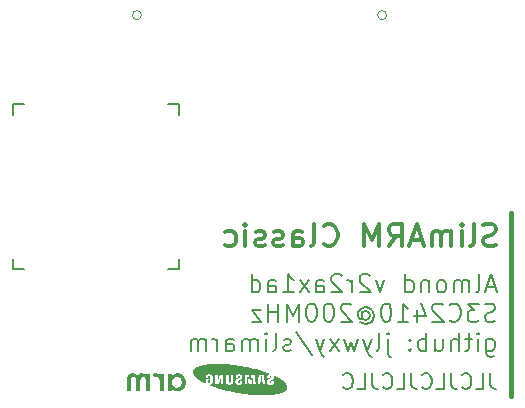
<source format=gbo>
G04 #@! TF.GenerationSoftware,KiCad,Pcbnew,7.0.1-0*
G04 #@! TF.CreationDate,2023-04-29T19:14:42+08:00*
G04 #@! TF.ProjectId,slimarm_classic_2410,736c696d-6172-46d5-9f63-6c6173736963,rev?*
G04 #@! TF.SameCoordinates,Original*
G04 #@! TF.FileFunction,Legend,Bot*
G04 #@! TF.FilePolarity,Positive*
%FSLAX46Y46*%
G04 Gerber Fmt 4.6, Leading zero omitted, Abs format (unit mm)*
G04 Created by KiCad (PCBNEW 7.0.1-0) date 2023-04-29 19:14:42*
%MOMM*%
%LPD*%
G01*
G04 APERTURE LIST*
%ADD10C,0.127000*%
%ADD11C,0.381000*%
%ADD12C,0.200000*%
%ADD13C,0.330200*%
%ADD14C,0.120000*%
%ADD15C,0.650000*%
%ADD16O,1.000000X2.100000*%
%ADD17O,1.000000X1.600000*%
G04 APERTURE END LIST*
D10*
X39260000Y-21402000D02*
X39260000Y-20498000D01*
X25250000Y-20506000D02*
X25250000Y-21410000D01*
X25266000Y-34490000D02*
X26170000Y-34490000D01*
X38348000Y-34490000D02*
X39252000Y-34490000D01*
X39254000Y-20500000D02*
X38350000Y-20500000D01*
D11*
X67350000Y-29718000D02*
X67350000Y-45212000D01*
D10*
X25260000Y-33588000D02*
X25260000Y-34492000D01*
X26152000Y-20500000D02*
X25248000Y-20500000D01*
X39250000Y-34484000D02*
X39250000Y-33580000D01*
D12*
X66029714Y-36000302D02*
X65304000Y-36000302D01*
X66174857Y-36435731D02*
X65666857Y-34911731D01*
X65666857Y-34911731D02*
X65158857Y-36435731D01*
X64433142Y-36435731D02*
X64578285Y-36363160D01*
X64578285Y-36363160D02*
X64650856Y-36218017D01*
X64650856Y-36218017D02*
X64650856Y-34911731D01*
X63852570Y-36435731D02*
X63852570Y-35419731D01*
X63852570Y-35564874D02*
X63779999Y-35492302D01*
X63779999Y-35492302D02*
X63634856Y-35419731D01*
X63634856Y-35419731D02*
X63417142Y-35419731D01*
X63417142Y-35419731D02*
X63271999Y-35492302D01*
X63271999Y-35492302D02*
X63199428Y-35637445D01*
X63199428Y-35637445D02*
X63199428Y-36435731D01*
X63199428Y-35637445D02*
X63126856Y-35492302D01*
X63126856Y-35492302D02*
X62981713Y-35419731D01*
X62981713Y-35419731D02*
X62763999Y-35419731D01*
X62763999Y-35419731D02*
X62618856Y-35492302D01*
X62618856Y-35492302D02*
X62546285Y-35637445D01*
X62546285Y-35637445D02*
X62546285Y-36435731D01*
X61602856Y-36435731D02*
X61747999Y-36363160D01*
X61747999Y-36363160D02*
X61820570Y-36290588D01*
X61820570Y-36290588D02*
X61893142Y-36145445D01*
X61893142Y-36145445D02*
X61893142Y-35710017D01*
X61893142Y-35710017D02*
X61820570Y-35564874D01*
X61820570Y-35564874D02*
X61747999Y-35492302D01*
X61747999Y-35492302D02*
X61602856Y-35419731D01*
X61602856Y-35419731D02*
X61385142Y-35419731D01*
X61385142Y-35419731D02*
X61239999Y-35492302D01*
X61239999Y-35492302D02*
X61167428Y-35564874D01*
X61167428Y-35564874D02*
X61094856Y-35710017D01*
X61094856Y-35710017D02*
X61094856Y-36145445D01*
X61094856Y-36145445D02*
X61167428Y-36290588D01*
X61167428Y-36290588D02*
X61239999Y-36363160D01*
X61239999Y-36363160D02*
X61385142Y-36435731D01*
X61385142Y-36435731D02*
X61602856Y-36435731D01*
X60441713Y-35419731D02*
X60441713Y-36435731D01*
X60441713Y-35564874D02*
X60369142Y-35492302D01*
X60369142Y-35492302D02*
X60223999Y-35419731D01*
X60223999Y-35419731D02*
X60006285Y-35419731D01*
X60006285Y-35419731D02*
X59861142Y-35492302D01*
X59861142Y-35492302D02*
X59788571Y-35637445D01*
X59788571Y-35637445D02*
X59788571Y-36435731D01*
X58409714Y-36435731D02*
X58409714Y-34911731D01*
X58409714Y-36363160D02*
X58554856Y-36435731D01*
X58554856Y-36435731D02*
X58845142Y-36435731D01*
X58845142Y-36435731D02*
X58990285Y-36363160D01*
X58990285Y-36363160D02*
X59062856Y-36290588D01*
X59062856Y-36290588D02*
X59135428Y-36145445D01*
X59135428Y-36145445D02*
X59135428Y-35710017D01*
X59135428Y-35710017D02*
X59062856Y-35564874D01*
X59062856Y-35564874D02*
X58990285Y-35492302D01*
X58990285Y-35492302D02*
X58845142Y-35419731D01*
X58845142Y-35419731D02*
X58554856Y-35419731D01*
X58554856Y-35419731D02*
X58409714Y-35492302D01*
X56667999Y-35419731D02*
X56305142Y-36435731D01*
X56305142Y-36435731D02*
X55942285Y-35419731D01*
X55434285Y-35056874D02*
X55361713Y-34984302D01*
X55361713Y-34984302D02*
X55216571Y-34911731D01*
X55216571Y-34911731D02*
X54853713Y-34911731D01*
X54853713Y-34911731D02*
X54708571Y-34984302D01*
X54708571Y-34984302D02*
X54635999Y-35056874D01*
X54635999Y-35056874D02*
X54563428Y-35202017D01*
X54563428Y-35202017D02*
X54563428Y-35347160D01*
X54563428Y-35347160D02*
X54635999Y-35564874D01*
X54635999Y-35564874D02*
X55506856Y-36435731D01*
X55506856Y-36435731D02*
X54563428Y-36435731D01*
X53910284Y-36435731D02*
X53910284Y-35419731D01*
X53910284Y-35710017D02*
X53837713Y-35564874D01*
X53837713Y-35564874D02*
X53765142Y-35492302D01*
X53765142Y-35492302D02*
X53619999Y-35419731D01*
X53619999Y-35419731D02*
X53474856Y-35419731D01*
X53039427Y-35056874D02*
X52966855Y-34984302D01*
X52966855Y-34984302D02*
X52821713Y-34911731D01*
X52821713Y-34911731D02*
X52458855Y-34911731D01*
X52458855Y-34911731D02*
X52313713Y-34984302D01*
X52313713Y-34984302D02*
X52241141Y-35056874D01*
X52241141Y-35056874D02*
X52168570Y-35202017D01*
X52168570Y-35202017D02*
X52168570Y-35347160D01*
X52168570Y-35347160D02*
X52241141Y-35564874D01*
X52241141Y-35564874D02*
X53111998Y-36435731D01*
X53111998Y-36435731D02*
X52168570Y-36435731D01*
X50862284Y-36435731D02*
X50862284Y-35637445D01*
X50862284Y-35637445D02*
X50934855Y-35492302D01*
X50934855Y-35492302D02*
X51079998Y-35419731D01*
X51079998Y-35419731D02*
X51370284Y-35419731D01*
X51370284Y-35419731D02*
X51515426Y-35492302D01*
X50862284Y-36363160D02*
X51007426Y-36435731D01*
X51007426Y-36435731D02*
X51370284Y-36435731D01*
X51370284Y-36435731D02*
X51515426Y-36363160D01*
X51515426Y-36363160D02*
X51587998Y-36218017D01*
X51587998Y-36218017D02*
X51587998Y-36072874D01*
X51587998Y-36072874D02*
X51515426Y-35927731D01*
X51515426Y-35927731D02*
X51370284Y-35855160D01*
X51370284Y-35855160D02*
X51007426Y-35855160D01*
X51007426Y-35855160D02*
X50862284Y-35782588D01*
X50281712Y-36435731D02*
X49483427Y-35419731D01*
X50281712Y-35419731D02*
X49483427Y-36435731D01*
X48104570Y-36435731D02*
X48975427Y-36435731D01*
X48539998Y-36435731D02*
X48539998Y-34911731D01*
X48539998Y-34911731D02*
X48685141Y-35129445D01*
X48685141Y-35129445D02*
X48830284Y-35274588D01*
X48830284Y-35274588D02*
X48975427Y-35347160D01*
X46798284Y-36435731D02*
X46798284Y-35637445D01*
X46798284Y-35637445D02*
X46870855Y-35492302D01*
X46870855Y-35492302D02*
X47015998Y-35419731D01*
X47015998Y-35419731D02*
X47306284Y-35419731D01*
X47306284Y-35419731D02*
X47451426Y-35492302D01*
X46798284Y-36363160D02*
X46943426Y-36435731D01*
X46943426Y-36435731D02*
X47306284Y-36435731D01*
X47306284Y-36435731D02*
X47451426Y-36363160D01*
X47451426Y-36363160D02*
X47523998Y-36218017D01*
X47523998Y-36218017D02*
X47523998Y-36072874D01*
X47523998Y-36072874D02*
X47451426Y-35927731D01*
X47451426Y-35927731D02*
X47306284Y-35855160D01*
X47306284Y-35855160D02*
X46943426Y-35855160D01*
X46943426Y-35855160D02*
X46798284Y-35782588D01*
X45419427Y-36435731D02*
X45419427Y-34911731D01*
X45419427Y-36363160D02*
X45564569Y-36435731D01*
X45564569Y-36435731D02*
X45854855Y-36435731D01*
X45854855Y-36435731D02*
X45999998Y-36363160D01*
X45999998Y-36363160D02*
X46072569Y-36290588D01*
X46072569Y-36290588D02*
X46145141Y-36145445D01*
X46145141Y-36145445D02*
X46145141Y-35710017D01*
X46145141Y-35710017D02*
X46072569Y-35564874D01*
X46072569Y-35564874D02*
X45999998Y-35492302D01*
X45999998Y-35492302D02*
X45854855Y-35419731D01*
X45854855Y-35419731D02*
X45564569Y-35419731D01*
X45564569Y-35419731D02*
X45419427Y-35492302D01*
X66029714Y-38832040D02*
X65812000Y-38904611D01*
X65812000Y-38904611D02*
X65449142Y-38904611D01*
X65449142Y-38904611D02*
X65304000Y-38832040D01*
X65304000Y-38832040D02*
X65231428Y-38759468D01*
X65231428Y-38759468D02*
X65158857Y-38614325D01*
X65158857Y-38614325D02*
X65158857Y-38469182D01*
X65158857Y-38469182D02*
X65231428Y-38324040D01*
X65231428Y-38324040D02*
X65304000Y-38251468D01*
X65304000Y-38251468D02*
X65449142Y-38178897D01*
X65449142Y-38178897D02*
X65739428Y-38106325D01*
X65739428Y-38106325D02*
X65884571Y-38033754D01*
X65884571Y-38033754D02*
X65957142Y-37961182D01*
X65957142Y-37961182D02*
X66029714Y-37816040D01*
X66029714Y-37816040D02*
X66029714Y-37670897D01*
X66029714Y-37670897D02*
X65957142Y-37525754D01*
X65957142Y-37525754D02*
X65884571Y-37453182D01*
X65884571Y-37453182D02*
X65739428Y-37380611D01*
X65739428Y-37380611D02*
X65376571Y-37380611D01*
X65376571Y-37380611D02*
X65158857Y-37453182D01*
X64650856Y-37380611D02*
X63707428Y-37380611D01*
X63707428Y-37380611D02*
X64215428Y-37961182D01*
X64215428Y-37961182D02*
X63997713Y-37961182D01*
X63997713Y-37961182D02*
X63852571Y-38033754D01*
X63852571Y-38033754D02*
X63779999Y-38106325D01*
X63779999Y-38106325D02*
X63707428Y-38251468D01*
X63707428Y-38251468D02*
X63707428Y-38614325D01*
X63707428Y-38614325D02*
X63779999Y-38759468D01*
X63779999Y-38759468D02*
X63852571Y-38832040D01*
X63852571Y-38832040D02*
X63997713Y-38904611D01*
X63997713Y-38904611D02*
X64433142Y-38904611D01*
X64433142Y-38904611D02*
X64578285Y-38832040D01*
X64578285Y-38832040D02*
X64650856Y-38759468D01*
X62183427Y-38759468D02*
X62255999Y-38832040D01*
X62255999Y-38832040D02*
X62473713Y-38904611D01*
X62473713Y-38904611D02*
X62618856Y-38904611D01*
X62618856Y-38904611D02*
X62836570Y-38832040D01*
X62836570Y-38832040D02*
X62981713Y-38686897D01*
X62981713Y-38686897D02*
X63054284Y-38541754D01*
X63054284Y-38541754D02*
X63126856Y-38251468D01*
X63126856Y-38251468D02*
X63126856Y-38033754D01*
X63126856Y-38033754D02*
X63054284Y-37743468D01*
X63054284Y-37743468D02*
X62981713Y-37598325D01*
X62981713Y-37598325D02*
X62836570Y-37453182D01*
X62836570Y-37453182D02*
X62618856Y-37380611D01*
X62618856Y-37380611D02*
X62473713Y-37380611D01*
X62473713Y-37380611D02*
X62255999Y-37453182D01*
X62255999Y-37453182D02*
X62183427Y-37525754D01*
X61602856Y-37525754D02*
X61530284Y-37453182D01*
X61530284Y-37453182D02*
X61385142Y-37380611D01*
X61385142Y-37380611D02*
X61022284Y-37380611D01*
X61022284Y-37380611D02*
X60877142Y-37453182D01*
X60877142Y-37453182D02*
X60804570Y-37525754D01*
X60804570Y-37525754D02*
X60731999Y-37670897D01*
X60731999Y-37670897D02*
X60731999Y-37816040D01*
X60731999Y-37816040D02*
X60804570Y-38033754D01*
X60804570Y-38033754D02*
X61675427Y-38904611D01*
X61675427Y-38904611D02*
X60731999Y-38904611D01*
X59425713Y-37888611D02*
X59425713Y-38904611D01*
X59788570Y-37308040D02*
X60151427Y-38396611D01*
X60151427Y-38396611D02*
X59207998Y-38396611D01*
X57829141Y-38904611D02*
X58699998Y-38904611D01*
X58264569Y-38904611D02*
X58264569Y-37380611D01*
X58264569Y-37380611D02*
X58409712Y-37598325D01*
X58409712Y-37598325D02*
X58554855Y-37743468D01*
X58554855Y-37743468D02*
X58699998Y-37816040D01*
X56885712Y-37380611D02*
X56740569Y-37380611D01*
X56740569Y-37380611D02*
X56595426Y-37453182D01*
X56595426Y-37453182D02*
X56522855Y-37525754D01*
X56522855Y-37525754D02*
X56450283Y-37670897D01*
X56450283Y-37670897D02*
X56377712Y-37961182D01*
X56377712Y-37961182D02*
X56377712Y-38324040D01*
X56377712Y-38324040D02*
X56450283Y-38614325D01*
X56450283Y-38614325D02*
X56522855Y-38759468D01*
X56522855Y-38759468D02*
X56595426Y-38832040D01*
X56595426Y-38832040D02*
X56740569Y-38904611D01*
X56740569Y-38904611D02*
X56885712Y-38904611D01*
X56885712Y-38904611D02*
X57030855Y-38832040D01*
X57030855Y-38832040D02*
X57103426Y-38759468D01*
X57103426Y-38759468D02*
X57175997Y-38614325D01*
X57175997Y-38614325D02*
X57248569Y-38324040D01*
X57248569Y-38324040D02*
X57248569Y-37961182D01*
X57248569Y-37961182D02*
X57175997Y-37670897D01*
X57175997Y-37670897D02*
X57103426Y-37525754D01*
X57103426Y-37525754D02*
X57030855Y-37453182D01*
X57030855Y-37453182D02*
X56885712Y-37380611D01*
X54781140Y-38178897D02*
X54853711Y-38106325D01*
X54853711Y-38106325D02*
X54998854Y-38033754D01*
X54998854Y-38033754D02*
X55143997Y-38033754D01*
X55143997Y-38033754D02*
X55289140Y-38106325D01*
X55289140Y-38106325D02*
X55361711Y-38178897D01*
X55361711Y-38178897D02*
X55434283Y-38324040D01*
X55434283Y-38324040D02*
X55434283Y-38469182D01*
X55434283Y-38469182D02*
X55361711Y-38614325D01*
X55361711Y-38614325D02*
X55289140Y-38686897D01*
X55289140Y-38686897D02*
X55143997Y-38759468D01*
X55143997Y-38759468D02*
X54998854Y-38759468D01*
X54998854Y-38759468D02*
X54853711Y-38686897D01*
X54853711Y-38686897D02*
X54781140Y-38614325D01*
X54781140Y-38033754D02*
X54781140Y-38614325D01*
X54781140Y-38614325D02*
X54708568Y-38686897D01*
X54708568Y-38686897D02*
X54635997Y-38686897D01*
X54635997Y-38686897D02*
X54490854Y-38614325D01*
X54490854Y-38614325D02*
X54418283Y-38469182D01*
X54418283Y-38469182D02*
X54418283Y-38106325D01*
X54418283Y-38106325D02*
X54563426Y-37888611D01*
X54563426Y-37888611D02*
X54781140Y-37743468D01*
X54781140Y-37743468D02*
X55071426Y-37670897D01*
X55071426Y-37670897D02*
X55361711Y-37743468D01*
X55361711Y-37743468D02*
X55579426Y-37888611D01*
X55579426Y-37888611D02*
X55724568Y-38106325D01*
X55724568Y-38106325D02*
X55797140Y-38396611D01*
X55797140Y-38396611D02*
X55724568Y-38686897D01*
X55724568Y-38686897D02*
X55579426Y-38904611D01*
X55579426Y-38904611D02*
X55361711Y-39049754D01*
X55361711Y-39049754D02*
X55071426Y-39122325D01*
X55071426Y-39122325D02*
X54781140Y-39049754D01*
X54781140Y-39049754D02*
X54563426Y-38904611D01*
X53837711Y-37525754D02*
X53765139Y-37453182D01*
X53765139Y-37453182D02*
X53619997Y-37380611D01*
X53619997Y-37380611D02*
X53257139Y-37380611D01*
X53257139Y-37380611D02*
X53111997Y-37453182D01*
X53111997Y-37453182D02*
X53039425Y-37525754D01*
X53039425Y-37525754D02*
X52966854Y-37670897D01*
X52966854Y-37670897D02*
X52966854Y-37816040D01*
X52966854Y-37816040D02*
X53039425Y-38033754D01*
X53039425Y-38033754D02*
X53910282Y-38904611D01*
X53910282Y-38904611D02*
X52966854Y-38904611D01*
X52023425Y-37380611D02*
X51878282Y-37380611D01*
X51878282Y-37380611D02*
X51733139Y-37453182D01*
X51733139Y-37453182D02*
X51660568Y-37525754D01*
X51660568Y-37525754D02*
X51587996Y-37670897D01*
X51587996Y-37670897D02*
X51515425Y-37961182D01*
X51515425Y-37961182D02*
X51515425Y-38324040D01*
X51515425Y-38324040D02*
X51587996Y-38614325D01*
X51587996Y-38614325D02*
X51660568Y-38759468D01*
X51660568Y-38759468D02*
X51733139Y-38832040D01*
X51733139Y-38832040D02*
X51878282Y-38904611D01*
X51878282Y-38904611D02*
X52023425Y-38904611D01*
X52023425Y-38904611D02*
X52168568Y-38832040D01*
X52168568Y-38832040D02*
X52241139Y-38759468D01*
X52241139Y-38759468D02*
X52313710Y-38614325D01*
X52313710Y-38614325D02*
X52386282Y-38324040D01*
X52386282Y-38324040D02*
X52386282Y-37961182D01*
X52386282Y-37961182D02*
X52313710Y-37670897D01*
X52313710Y-37670897D02*
X52241139Y-37525754D01*
X52241139Y-37525754D02*
X52168568Y-37453182D01*
X52168568Y-37453182D02*
X52023425Y-37380611D01*
X50571996Y-37380611D02*
X50426853Y-37380611D01*
X50426853Y-37380611D02*
X50281710Y-37453182D01*
X50281710Y-37453182D02*
X50209139Y-37525754D01*
X50209139Y-37525754D02*
X50136567Y-37670897D01*
X50136567Y-37670897D02*
X50063996Y-37961182D01*
X50063996Y-37961182D02*
X50063996Y-38324040D01*
X50063996Y-38324040D02*
X50136567Y-38614325D01*
X50136567Y-38614325D02*
X50209139Y-38759468D01*
X50209139Y-38759468D02*
X50281710Y-38832040D01*
X50281710Y-38832040D02*
X50426853Y-38904611D01*
X50426853Y-38904611D02*
X50571996Y-38904611D01*
X50571996Y-38904611D02*
X50717139Y-38832040D01*
X50717139Y-38832040D02*
X50789710Y-38759468D01*
X50789710Y-38759468D02*
X50862281Y-38614325D01*
X50862281Y-38614325D02*
X50934853Y-38324040D01*
X50934853Y-38324040D02*
X50934853Y-37961182D01*
X50934853Y-37961182D02*
X50862281Y-37670897D01*
X50862281Y-37670897D02*
X50789710Y-37525754D01*
X50789710Y-37525754D02*
X50717139Y-37453182D01*
X50717139Y-37453182D02*
X50571996Y-37380611D01*
X49410852Y-38904611D02*
X49410852Y-37380611D01*
X49410852Y-37380611D02*
X48902852Y-38469182D01*
X48902852Y-38469182D02*
X48394852Y-37380611D01*
X48394852Y-37380611D02*
X48394852Y-38904611D01*
X47669138Y-38904611D02*
X47669138Y-37380611D01*
X47669138Y-38106325D02*
X46798281Y-38106325D01*
X46798281Y-38904611D02*
X46798281Y-37380611D01*
X46217710Y-37888611D02*
X45419425Y-37888611D01*
X45419425Y-37888611D02*
X46217710Y-38904611D01*
X46217710Y-38904611D02*
X45419425Y-38904611D01*
X65304000Y-40357491D02*
X65304000Y-41591205D01*
X65304000Y-41591205D02*
X65376571Y-41736348D01*
X65376571Y-41736348D02*
X65449142Y-41808920D01*
X65449142Y-41808920D02*
X65594285Y-41881491D01*
X65594285Y-41881491D02*
X65812000Y-41881491D01*
X65812000Y-41881491D02*
X65957142Y-41808920D01*
X65304000Y-41300920D02*
X65449142Y-41373491D01*
X65449142Y-41373491D02*
X65739428Y-41373491D01*
X65739428Y-41373491D02*
X65884571Y-41300920D01*
X65884571Y-41300920D02*
X65957142Y-41228348D01*
X65957142Y-41228348D02*
X66029714Y-41083205D01*
X66029714Y-41083205D02*
X66029714Y-40647777D01*
X66029714Y-40647777D02*
X65957142Y-40502634D01*
X65957142Y-40502634D02*
X65884571Y-40430062D01*
X65884571Y-40430062D02*
X65739428Y-40357491D01*
X65739428Y-40357491D02*
X65449142Y-40357491D01*
X65449142Y-40357491D02*
X65304000Y-40430062D01*
X64578285Y-41373491D02*
X64578285Y-40357491D01*
X64578285Y-39849491D02*
X64650857Y-39922062D01*
X64650857Y-39922062D02*
X64578285Y-39994634D01*
X64578285Y-39994634D02*
X64505714Y-39922062D01*
X64505714Y-39922062D02*
X64578285Y-39849491D01*
X64578285Y-39849491D02*
X64578285Y-39994634D01*
X64070286Y-40357491D02*
X63489714Y-40357491D01*
X63852571Y-39849491D02*
X63852571Y-41155777D01*
X63852571Y-41155777D02*
X63780000Y-41300920D01*
X63780000Y-41300920D02*
X63634857Y-41373491D01*
X63634857Y-41373491D02*
X63489714Y-41373491D01*
X62981714Y-41373491D02*
X62981714Y-39849491D01*
X62328572Y-41373491D02*
X62328572Y-40575205D01*
X62328572Y-40575205D02*
X62401143Y-40430062D01*
X62401143Y-40430062D02*
X62546286Y-40357491D01*
X62546286Y-40357491D02*
X62764000Y-40357491D01*
X62764000Y-40357491D02*
X62909143Y-40430062D01*
X62909143Y-40430062D02*
X62981714Y-40502634D01*
X60949715Y-40357491D02*
X60949715Y-41373491D01*
X61602857Y-40357491D02*
X61602857Y-41155777D01*
X61602857Y-41155777D02*
X61530286Y-41300920D01*
X61530286Y-41300920D02*
X61385143Y-41373491D01*
X61385143Y-41373491D02*
X61167429Y-41373491D01*
X61167429Y-41373491D02*
X61022286Y-41300920D01*
X61022286Y-41300920D02*
X60949715Y-41228348D01*
X60224000Y-41373491D02*
X60224000Y-39849491D01*
X60224000Y-40430062D02*
X60078858Y-40357491D01*
X60078858Y-40357491D02*
X59788572Y-40357491D01*
X59788572Y-40357491D02*
X59643429Y-40430062D01*
X59643429Y-40430062D02*
X59570858Y-40502634D01*
X59570858Y-40502634D02*
X59498286Y-40647777D01*
X59498286Y-40647777D02*
X59498286Y-41083205D01*
X59498286Y-41083205D02*
X59570858Y-41228348D01*
X59570858Y-41228348D02*
X59643429Y-41300920D01*
X59643429Y-41300920D02*
X59788572Y-41373491D01*
X59788572Y-41373491D02*
X60078858Y-41373491D01*
X60078858Y-41373491D02*
X60224000Y-41300920D01*
X58845143Y-41228348D02*
X58772572Y-41300920D01*
X58772572Y-41300920D02*
X58845143Y-41373491D01*
X58845143Y-41373491D02*
X58917715Y-41300920D01*
X58917715Y-41300920D02*
X58845143Y-41228348D01*
X58845143Y-41228348D02*
X58845143Y-41373491D01*
X58845143Y-40430062D02*
X58772572Y-40502634D01*
X58772572Y-40502634D02*
X58845143Y-40575205D01*
X58845143Y-40575205D02*
X58917715Y-40502634D01*
X58917715Y-40502634D02*
X58845143Y-40430062D01*
X58845143Y-40430062D02*
X58845143Y-40575205D01*
X56958286Y-40357491D02*
X56958286Y-41663777D01*
X56958286Y-41663777D02*
X57030858Y-41808920D01*
X57030858Y-41808920D02*
X57176001Y-41881491D01*
X57176001Y-41881491D02*
X57248572Y-41881491D01*
X56958286Y-39849491D02*
X57030858Y-39922062D01*
X57030858Y-39922062D02*
X56958286Y-39994634D01*
X56958286Y-39994634D02*
X56885715Y-39922062D01*
X56885715Y-39922062D02*
X56958286Y-39849491D01*
X56958286Y-39849491D02*
X56958286Y-39994634D01*
X56014858Y-41373491D02*
X56160001Y-41300920D01*
X56160001Y-41300920D02*
X56232572Y-41155777D01*
X56232572Y-41155777D02*
X56232572Y-39849491D01*
X55579429Y-40357491D02*
X55216572Y-41373491D01*
X54853715Y-40357491D02*
X55216572Y-41373491D01*
X55216572Y-41373491D02*
X55361715Y-41736348D01*
X55361715Y-41736348D02*
X55434286Y-41808920D01*
X55434286Y-41808920D02*
X55579429Y-41881491D01*
X54418286Y-40357491D02*
X54128001Y-41373491D01*
X54128001Y-41373491D02*
X53837715Y-40647777D01*
X53837715Y-40647777D02*
X53547429Y-41373491D01*
X53547429Y-41373491D02*
X53257143Y-40357491D01*
X52821715Y-41373491D02*
X52023430Y-40357491D01*
X52821715Y-40357491D02*
X52023430Y-41373491D01*
X51588001Y-40357491D02*
X51225144Y-41373491D01*
X50862287Y-40357491D02*
X51225144Y-41373491D01*
X51225144Y-41373491D02*
X51370287Y-41736348D01*
X51370287Y-41736348D02*
X51442858Y-41808920D01*
X51442858Y-41808920D02*
X51588001Y-41881491D01*
X49193144Y-39776920D02*
X50499430Y-41736348D01*
X48757716Y-41300920D02*
X48612573Y-41373491D01*
X48612573Y-41373491D02*
X48322287Y-41373491D01*
X48322287Y-41373491D02*
X48177144Y-41300920D01*
X48177144Y-41300920D02*
X48104573Y-41155777D01*
X48104573Y-41155777D02*
X48104573Y-41083205D01*
X48104573Y-41083205D02*
X48177144Y-40938062D01*
X48177144Y-40938062D02*
X48322287Y-40865491D01*
X48322287Y-40865491D02*
X48540002Y-40865491D01*
X48540002Y-40865491D02*
X48685144Y-40792920D01*
X48685144Y-40792920D02*
X48757716Y-40647777D01*
X48757716Y-40647777D02*
X48757716Y-40575205D01*
X48757716Y-40575205D02*
X48685144Y-40430062D01*
X48685144Y-40430062D02*
X48540002Y-40357491D01*
X48540002Y-40357491D02*
X48322287Y-40357491D01*
X48322287Y-40357491D02*
X48177144Y-40430062D01*
X47233716Y-41373491D02*
X47378859Y-41300920D01*
X47378859Y-41300920D02*
X47451430Y-41155777D01*
X47451430Y-41155777D02*
X47451430Y-39849491D01*
X46653144Y-41373491D02*
X46653144Y-40357491D01*
X46653144Y-39849491D02*
X46725716Y-39922062D01*
X46725716Y-39922062D02*
X46653144Y-39994634D01*
X46653144Y-39994634D02*
X46580573Y-39922062D01*
X46580573Y-39922062D02*
X46653144Y-39849491D01*
X46653144Y-39849491D02*
X46653144Y-39994634D01*
X45927430Y-41373491D02*
X45927430Y-40357491D01*
X45927430Y-40502634D02*
X45854859Y-40430062D01*
X45854859Y-40430062D02*
X45709716Y-40357491D01*
X45709716Y-40357491D02*
X45492002Y-40357491D01*
X45492002Y-40357491D02*
X45346859Y-40430062D01*
X45346859Y-40430062D02*
X45274288Y-40575205D01*
X45274288Y-40575205D02*
X45274288Y-41373491D01*
X45274288Y-40575205D02*
X45201716Y-40430062D01*
X45201716Y-40430062D02*
X45056573Y-40357491D01*
X45056573Y-40357491D02*
X44838859Y-40357491D01*
X44838859Y-40357491D02*
X44693716Y-40430062D01*
X44693716Y-40430062D02*
X44621145Y-40575205D01*
X44621145Y-40575205D02*
X44621145Y-41373491D01*
X43242288Y-41373491D02*
X43242288Y-40575205D01*
X43242288Y-40575205D02*
X43314859Y-40430062D01*
X43314859Y-40430062D02*
X43460002Y-40357491D01*
X43460002Y-40357491D02*
X43750288Y-40357491D01*
X43750288Y-40357491D02*
X43895430Y-40430062D01*
X43242288Y-41300920D02*
X43387430Y-41373491D01*
X43387430Y-41373491D02*
X43750288Y-41373491D01*
X43750288Y-41373491D02*
X43895430Y-41300920D01*
X43895430Y-41300920D02*
X43968002Y-41155777D01*
X43968002Y-41155777D02*
X43968002Y-41010634D01*
X43968002Y-41010634D02*
X43895430Y-40865491D01*
X43895430Y-40865491D02*
X43750288Y-40792920D01*
X43750288Y-40792920D02*
X43387430Y-40792920D01*
X43387430Y-40792920D02*
X43242288Y-40720348D01*
X42516573Y-41373491D02*
X42516573Y-40357491D01*
X42516573Y-40647777D02*
X42444002Y-40502634D01*
X42444002Y-40502634D02*
X42371431Y-40430062D01*
X42371431Y-40430062D02*
X42226288Y-40357491D01*
X42226288Y-40357491D02*
X42081145Y-40357491D01*
X41573144Y-41373491D02*
X41573144Y-40357491D01*
X41573144Y-40502634D02*
X41500573Y-40430062D01*
X41500573Y-40430062D02*
X41355430Y-40357491D01*
X41355430Y-40357491D02*
X41137716Y-40357491D01*
X41137716Y-40357491D02*
X40992573Y-40430062D01*
X40992573Y-40430062D02*
X40920002Y-40575205D01*
X40920002Y-40575205D02*
X40920002Y-41373491D01*
X40920002Y-40575205D02*
X40847430Y-40430062D01*
X40847430Y-40430062D02*
X40702287Y-40357491D01*
X40702287Y-40357491D02*
X40484573Y-40357491D01*
X40484573Y-40357491D02*
X40339430Y-40430062D01*
X40339430Y-40430062D02*
X40266859Y-40575205D01*
X40266859Y-40575205D02*
X40266859Y-41373491D01*
X65649047Y-43290904D02*
X65649047Y-44219476D01*
X65649047Y-44219476D02*
X65710952Y-44405190D01*
X65710952Y-44405190D02*
X65834761Y-44529000D01*
X65834761Y-44529000D02*
X66020476Y-44590904D01*
X66020476Y-44590904D02*
X66144285Y-44590904D01*
X64410952Y-44590904D02*
X65030000Y-44590904D01*
X65030000Y-44590904D02*
X65030000Y-43290904D01*
X63234762Y-44467095D02*
X63296666Y-44529000D01*
X63296666Y-44529000D02*
X63482381Y-44590904D01*
X63482381Y-44590904D02*
X63606190Y-44590904D01*
X63606190Y-44590904D02*
X63791904Y-44529000D01*
X63791904Y-44529000D02*
X63915714Y-44405190D01*
X63915714Y-44405190D02*
X63977619Y-44281380D01*
X63977619Y-44281380D02*
X64039523Y-44033761D01*
X64039523Y-44033761D02*
X64039523Y-43848047D01*
X64039523Y-43848047D02*
X63977619Y-43600428D01*
X63977619Y-43600428D02*
X63915714Y-43476619D01*
X63915714Y-43476619D02*
X63791904Y-43352809D01*
X63791904Y-43352809D02*
X63606190Y-43290904D01*
X63606190Y-43290904D02*
X63482381Y-43290904D01*
X63482381Y-43290904D02*
X63296666Y-43352809D01*
X63296666Y-43352809D02*
X63234762Y-43414714D01*
X62306190Y-43290904D02*
X62306190Y-44219476D01*
X62306190Y-44219476D02*
X62368095Y-44405190D01*
X62368095Y-44405190D02*
X62491904Y-44529000D01*
X62491904Y-44529000D02*
X62677619Y-44590904D01*
X62677619Y-44590904D02*
X62801428Y-44590904D01*
X61068095Y-44590904D02*
X61687143Y-44590904D01*
X61687143Y-44590904D02*
X61687143Y-43290904D01*
X59891905Y-44467095D02*
X59953809Y-44529000D01*
X59953809Y-44529000D02*
X60139524Y-44590904D01*
X60139524Y-44590904D02*
X60263333Y-44590904D01*
X60263333Y-44590904D02*
X60449047Y-44529000D01*
X60449047Y-44529000D02*
X60572857Y-44405190D01*
X60572857Y-44405190D02*
X60634762Y-44281380D01*
X60634762Y-44281380D02*
X60696666Y-44033761D01*
X60696666Y-44033761D02*
X60696666Y-43848047D01*
X60696666Y-43848047D02*
X60634762Y-43600428D01*
X60634762Y-43600428D02*
X60572857Y-43476619D01*
X60572857Y-43476619D02*
X60449047Y-43352809D01*
X60449047Y-43352809D02*
X60263333Y-43290904D01*
X60263333Y-43290904D02*
X60139524Y-43290904D01*
X60139524Y-43290904D02*
X59953809Y-43352809D01*
X59953809Y-43352809D02*
X59891905Y-43414714D01*
X58963333Y-43290904D02*
X58963333Y-44219476D01*
X58963333Y-44219476D02*
X59025238Y-44405190D01*
X59025238Y-44405190D02*
X59149047Y-44529000D01*
X59149047Y-44529000D02*
X59334762Y-44590904D01*
X59334762Y-44590904D02*
X59458571Y-44590904D01*
X57725238Y-44590904D02*
X58344286Y-44590904D01*
X58344286Y-44590904D02*
X58344286Y-43290904D01*
X56549048Y-44467095D02*
X56610952Y-44529000D01*
X56610952Y-44529000D02*
X56796667Y-44590904D01*
X56796667Y-44590904D02*
X56920476Y-44590904D01*
X56920476Y-44590904D02*
X57106190Y-44529000D01*
X57106190Y-44529000D02*
X57230000Y-44405190D01*
X57230000Y-44405190D02*
X57291905Y-44281380D01*
X57291905Y-44281380D02*
X57353809Y-44033761D01*
X57353809Y-44033761D02*
X57353809Y-43848047D01*
X57353809Y-43848047D02*
X57291905Y-43600428D01*
X57291905Y-43600428D02*
X57230000Y-43476619D01*
X57230000Y-43476619D02*
X57106190Y-43352809D01*
X57106190Y-43352809D02*
X56920476Y-43290904D01*
X56920476Y-43290904D02*
X56796667Y-43290904D01*
X56796667Y-43290904D02*
X56610952Y-43352809D01*
X56610952Y-43352809D02*
X56549048Y-43414714D01*
X55620476Y-43290904D02*
X55620476Y-44219476D01*
X55620476Y-44219476D02*
X55682381Y-44405190D01*
X55682381Y-44405190D02*
X55806190Y-44529000D01*
X55806190Y-44529000D02*
X55991905Y-44590904D01*
X55991905Y-44590904D02*
X56115714Y-44590904D01*
X54382381Y-44590904D02*
X55001429Y-44590904D01*
X55001429Y-44590904D02*
X55001429Y-43290904D01*
X53206191Y-44467095D02*
X53268095Y-44529000D01*
X53268095Y-44529000D02*
X53453810Y-44590904D01*
X53453810Y-44590904D02*
X53577619Y-44590904D01*
X53577619Y-44590904D02*
X53763333Y-44529000D01*
X53763333Y-44529000D02*
X53887143Y-44405190D01*
X53887143Y-44405190D02*
X53949048Y-44281380D01*
X53949048Y-44281380D02*
X54010952Y-44033761D01*
X54010952Y-44033761D02*
X54010952Y-43848047D01*
X54010952Y-43848047D02*
X53949048Y-43600428D01*
X53949048Y-43600428D02*
X53887143Y-43476619D01*
X53887143Y-43476619D02*
X53763333Y-43352809D01*
X53763333Y-43352809D02*
X53577619Y-43290904D01*
X53577619Y-43290904D02*
X53453810Y-43290904D01*
X53453810Y-43290904D02*
X53268095Y-43352809D01*
X53268095Y-43352809D02*
X53206191Y-43414714D01*
D13*
X66127142Y-32446150D02*
X65855000Y-32536864D01*
X65855000Y-32536864D02*
X65401428Y-32536864D01*
X65401428Y-32536864D02*
X65220000Y-32446150D01*
X65220000Y-32446150D02*
X65129285Y-32355435D01*
X65129285Y-32355435D02*
X65038571Y-32174007D01*
X65038571Y-32174007D02*
X65038571Y-31992578D01*
X65038571Y-31992578D02*
X65129285Y-31811150D01*
X65129285Y-31811150D02*
X65220000Y-31720435D01*
X65220000Y-31720435D02*
X65401428Y-31629721D01*
X65401428Y-31629721D02*
X65764285Y-31539007D01*
X65764285Y-31539007D02*
X65945714Y-31448292D01*
X65945714Y-31448292D02*
X66036428Y-31357578D01*
X66036428Y-31357578D02*
X66127142Y-31176150D01*
X66127142Y-31176150D02*
X66127142Y-30994721D01*
X66127142Y-30994721D02*
X66036428Y-30813292D01*
X66036428Y-30813292D02*
X65945714Y-30722578D01*
X65945714Y-30722578D02*
X65764285Y-30631864D01*
X65764285Y-30631864D02*
X65310714Y-30631864D01*
X65310714Y-30631864D02*
X65038571Y-30722578D01*
X63949999Y-32536864D02*
X64131428Y-32446150D01*
X64131428Y-32446150D02*
X64222142Y-32264721D01*
X64222142Y-32264721D02*
X64222142Y-30631864D01*
X63224285Y-32536864D02*
X63224285Y-31266864D01*
X63224285Y-30631864D02*
X63314999Y-30722578D01*
X63314999Y-30722578D02*
X63224285Y-30813292D01*
X63224285Y-30813292D02*
X63133571Y-30722578D01*
X63133571Y-30722578D02*
X63224285Y-30631864D01*
X63224285Y-30631864D02*
X63224285Y-30813292D01*
X62317142Y-32536864D02*
X62317142Y-31266864D01*
X62317142Y-31448292D02*
X62226428Y-31357578D01*
X62226428Y-31357578D02*
X62044999Y-31266864D01*
X62044999Y-31266864D02*
X61772856Y-31266864D01*
X61772856Y-31266864D02*
X61591428Y-31357578D01*
X61591428Y-31357578D02*
X61500714Y-31539007D01*
X61500714Y-31539007D02*
X61500714Y-32536864D01*
X61500714Y-31539007D02*
X61409999Y-31357578D01*
X61409999Y-31357578D02*
X61228571Y-31266864D01*
X61228571Y-31266864D02*
X60956428Y-31266864D01*
X60956428Y-31266864D02*
X60774999Y-31357578D01*
X60774999Y-31357578D02*
X60684285Y-31539007D01*
X60684285Y-31539007D02*
X60684285Y-32536864D01*
X59867856Y-31992578D02*
X58960714Y-31992578D01*
X60049285Y-32536864D02*
X59414285Y-30631864D01*
X59414285Y-30631864D02*
X58779285Y-32536864D01*
X57055714Y-32536864D02*
X57690714Y-31629721D01*
X58144285Y-32536864D02*
X58144285Y-30631864D01*
X58144285Y-30631864D02*
X57418571Y-30631864D01*
X57418571Y-30631864D02*
X57237142Y-30722578D01*
X57237142Y-30722578D02*
X57146428Y-30813292D01*
X57146428Y-30813292D02*
X57055714Y-30994721D01*
X57055714Y-30994721D02*
X57055714Y-31266864D01*
X57055714Y-31266864D02*
X57146428Y-31448292D01*
X57146428Y-31448292D02*
X57237142Y-31539007D01*
X57237142Y-31539007D02*
X57418571Y-31629721D01*
X57418571Y-31629721D02*
X58144285Y-31629721D01*
X56239285Y-32536864D02*
X56239285Y-30631864D01*
X56239285Y-30631864D02*
X55604285Y-31992578D01*
X55604285Y-31992578D02*
X54969285Y-30631864D01*
X54969285Y-30631864D02*
X54969285Y-32536864D01*
X51522142Y-32355435D02*
X51612856Y-32446150D01*
X51612856Y-32446150D02*
X51884999Y-32536864D01*
X51884999Y-32536864D02*
X52066427Y-32536864D01*
X52066427Y-32536864D02*
X52338570Y-32446150D01*
X52338570Y-32446150D02*
X52519999Y-32264721D01*
X52519999Y-32264721D02*
X52610713Y-32083292D01*
X52610713Y-32083292D02*
X52701427Y-31720435D01*
X52701427Y-31720435D02*
X52701427Y-31448292D01*
X52701427Y-31448292D02*
X52610713Y-31085435D01*
X52610713Y-31085435D02*
X52519999Y-30904007D01*
X52519999Y-30904007D02*
X52338570Y-30722578D01*
X52338570Y-30722578D02*
X52066427Y-30631864D01*
X52066427Y-30631864D02*
X51884999Y-30631864D01*
X51884999Y-30631864D02*
X51612856Y-30722578D01*
X51612856Y-30722578D02*
X51522142Y-30813292D01*
X50433570Y-32536864D02*
X50614999Y-32446150D01*
X50614999Y-32446150D02*
X50705713Y-32264721D01*
X50705713Y-32264721D02*
X50705713Y-30631864D01*
X48891428Y-32536864D02*
X48891428Y-31539007D01*
X48891428Y-31539007D02*
X48982142Y-31357578D01*
X48982142Y-31357578D02*
X49163570Y-31266864D01*
X49163570Y-31266864D02*
X49526428Y-31266864D01*
X49526428Y-31266864D02*
X49707856Y-31357578D01*
X48891428Y-32446150D02*
X49072856Y-32536864D01*
X49072856Y-32536864D02*
X49526428Y-32536864D01*
X49526428Y-32536864D02*
X49707856Y-32446150D01*
X49707856Y-32446150D02*
X49798570Y-32264721D01*
X49798570Y-32264721D02*
X49798570Y-32083292D01*
X49798570Y-32083292D02*
X49707856Y-31901864D01*
X49707856Y-31901864D02*
X49526428Y-31811150D01*
X49526428Y-31811150D02*
X49072856Y-31811150D01*
X49072856Y-31811150D02*
X48891428Y-31720435D01*
X48074999Y-32446150D02*
X47893571Y-32536864D01*
X47893571Y-32536864D02*
X47530714Y-32536864D01*
X47530714Y-32536864D02*
X47349285Y-32446150D01*
X47349285Y-32446150D02*
X47258571Y-32264721D01*
X47258571Y-32264721D02*
X47258571Y-32174007D01*
X47258571Y-32174007D02*
X47349285Y-31992578D01*
X47349285Y-31992578D02*
X47530714Y-31901864D01*
X47530714Y-31901864D02*
X47802857Y-31901864D01*
X47802857Y-31901864D02*
X47984285Y-31811150D01*
X47984285Y-31811150D02*
X48074999Y-31629721D01*
X48074999Y-31629721D02*
X48074999Y-31539007D01*
X48074999Y-31539007D02*
X47984285Y-31357578D01*
X47984285Y-31357578D02*
X47802857Y-31266864D01*
X47802857Y-31266864D02*
X47530714Y-31266864D01*
X47530714Y-31266864D02*
X47349285Y-31357578D01*
X46532856Y-32446150D02*
X46351428Y-32536864D01*
X46351428Y-32536864D02*
X45988571Y-32536864D01*
X45988571Y-32536864D02*
X45807142Y-32446150D01*
X45807142Y-32446150D02*
X45716428Y-32264721D01*
X45716428Y-32264721D02*
X45716428Y-32174007D01*
X45716428Y-32174007D02*
X45807142Y-31992578D01*
X45807142Y-31992578D02*
X45988571Y-31901864D01*
X45988571Y-31901864D02*
X46260714Y-31901864D01*
X46260714Y-31901864D02*
X46442142Y-31811150D01*
X46442142Y-31811150D02*
X46532856Y-31629721D01*
X46532856Y-31629721D02*
X46532856Y-31539007D01*
X46532856Y-31539007D02*
X46442142Y-31357578D01*
X46442142Y-31357578D02*
X46260714Y-31266864D01*
X46260714Y-31266864D02*
X45988571Y-31266864D01*
X45988571Y-31266864D02*
X45807142Y-31357578D01*
X44899999Y-32536864D02*
X44899999Y-31266864D01*
X44899999Y-30631864D02*
X44990713Y-30722578D01*
X44990713Y-30722578D02*
X44899999Y-30813292D01*
X44899999Y-30813292D02*
X44809285Y-30722578D01*
X44809285Y-30722578D02*
X44899999Y-30631864D01*
X44899999Y-30631864D02*
X44899999Y-30813292D01*
X43176428Y-32446150D02*
X43357856Y-32536864D01*
X43357856Y-32536864D02*
X43720713Y-32536864D01*
X43720713Y-32536864D02*
X43902142Y-32446150D01*
X43902142Y-32446150D02*
X43992856Y-32355435D01*
X43992856Y-32355435D02*
X44083570Y-32174007D01*
X44083570Y-32174007D02*
X44083570Y-31629721D01*
X44083570Y-31629721D02*
X43992856Y-31448292D01*
X43992856Y-31448292D02*
X43902142Y-31357578D01*
X43902142Y-31357578D02*
X43720713Y-31266864D01*
X43720713Y-31266864D02*
X43357856Y-31266864D01*
X43357856Y-31266864D02*
X43176428Y-31357578D01*
G04 #@! TO.C,G\u002A\u002A\u002A*
G36*
X41736972Y-44237254D02*
G01*
X41737272Y-44237831D01*
X41735692Y-44238534D01*
X41734676Y-44238395D01*
X41734412Y-44237254D01*
X41734693Y-44237024D01*
X41736972Y-44237254D01*
G37*
G36*
X46857253Y-44230885D02*
G01*
X46880764Y-44240648D01*
X46912257Y-44250199D01*
X46937977Y-44255663D01*
X46967897Y-44259836D01*
X46999638Y-44262301D01*
X47032359Y-44263042D01*
X47065218Y-44262041D01*
X47097371Y-44259280D01*
X47127976Y-44254741D01*
X47151653Y-44249628D01*
X47182706Y-44240296D01*
X47211029Y-44228518D01*
X47236547Y-44214348D01*
X47259189Y-44197843D01*
X47278881Y-44179057D01*
X47295551Y-44158045D01*
X47309127Y-44134862D01*
X47319535Y-44109564D01*
X47322380Y-44100851D01*
X47324875Y-44092472D01*
X47326829Y-44084610D01*
X47328322Y-44076641D01*
X47329430Y-44067944D01*
X47330231Y-44057897D01*
X47330804Y-44045876D01*
X47331226Y-44031261D01*
X47331576Y-44013428D01*
X47332528Y-43958231D01*
X47221148Y-43958231D01*
X47109768Y-43958231D01*
X47108976Y-44007668D01*
X47108711Y-44022270D01*
X47108328Y-44036043D01*
X47107768Y-44046979D01*
X47106933Y-44055618D01*
X47105724Y-44062496D01*
X47104044Y-44068153D01*
X47101794Y-44073127D01*
X47098876Y-44077956D01*
X47095191Y-44083179D01*
X47085448Y-44093460D01*
X47072541Y-44101998D01*
X47057097Y-44108265D01*
X47052143Y-44109522D01*
X47039722Y-44111269D01*
X47025814Y-44111782D01*
X47011712Y-44111100D01*
X46998707Y-44109258D01*
X46988094Y-44106294D01*
X46977944Y-44101388D01*
X46965837Y-44092099D01*
X46956423Y-44080078D01*
X46949700Y-44065322D01*
X46945668Y-44047828D01*
X46944324Y-44027594D01*
X46945263Y-44013006D01*
X46948574Y-43998875D01*
X46954585Y-43985695D01*
X46963618Y-43972771D01*
X46975997Y-43959407D01*
X46977790Y-43957677D01*
X46984991Y-43951119D01*
X46992938Y-43944533D01*
X47001927Y-43937730D01*
X47012255Y-43930518D01*
X47024221Y-43922707D01*
X47038123Y-43914109D01*
X47054257Y-43904531D01*
X47072922Y-43893786D01*
X47094414Y-43881681D01*
X47119033Y-43868027D01*
X47141324Y-43855564D01*
X47165897Y-43841304D01*
X47187568Y-43828050D01*
X47206698Y-43815553D01*
X47223649Y-43803569D01*
X47238780Y-43791849D01*
X47252453Y-43780147D01*
X47265028Y-43768217D01*
X47278729Y-43753571D01*
X47294206Y-43733611D01*
X47306453Y-43712939D01*
X47315659Y-43691079D01*
X47322016Y-43667555D01*
X47325714Y-43641892D01*
X47326943Y-43613613D01*
X47326405Y-43592387D01*
X47323355Y-43562461D01*
X47317563Y-43535064D01*
X47308974Y-43510046D01*
X47297533Y-43487257D01*
X47283183Y-43466545D01*
X47265870Y-43447761D01*
X47263069Y-43445121D01*
X47259427Y-43441693D01*
X47256880Y-43439148D01*
X47255698Y-43437562D01*
X47256147Y-43437008D01*
X47258498Y-43437564D01*
X47263017Y-43439303D01*
X47269973Y-43442300D01*
X47279633Y-43446632D01*
X47292267Y-43452371D01*
X47308141Y-43459595D01*
X47322994Y-43466368D01*
X47408964Y-43506546D01*
X47492212Y-43547135D01*
X47572614Y-43588066D01*
X47650047Y-43629268D01*
X47724387Y-43670671D01*
X47795511Y-43712206D01*
X47863295Y-43753801D01*
X47927616Y-43795387D01*
X47988350Y-43836894D01*
X48045375Y-43878252D01*
X48056445Y-43886588D01*
X48109172Y-43927805D01*
X48158262Y-43968792D01*
X48203698Y-44009531D01*
X48245465Y-44050002D01*
X48283546Y-44090186D01*
X48317926Y-44130064D01*
X48348587Y-44169615D01*
X48375515Y-44208821D01*
X48398693Y-44247663D01*
X48418105Y-44286120D01*
X48433736Y-44324173D01*
X48445567Y-44361804D01*
X48448698Y-44374349D01*
X48455551Y-44411344D01*
X48458650Y-44447635D01*
X48457987Y-44483257D01*
X48453555Y-44518247D01*
X48445346Y-44552640D01*
X48433351Y-44586473D01*
X48417563Y-44619782D01*
X48397973Y-44652603D01*
X48374575Y-44684973D01*
X48370978Y-44689377D01*
X48362041Y-44699521D01*
X48351172Y-44711103D01*
X48339046Y-44723454D01*
X48326343Y-44735903D01*
X48313738Y-44747781D01*
X48301910Y-44758417D01*
X48291535Y-44767142D01*
X48269085Y-44784464D01*
X48228709Y-44812711D01*
X48185107Y-44839786D01*
X48138224Y-44865712D01*
X48088005Y-44890512D01*
X48034396Y-44914210D01*
X47977341Y-44936829D01*
X47916788Y-44958394D01*
X47852680Y-44978928D01*
X47784964Y-44998454D01*
X47713584Y-45016997D01*
X47694621Y-45021612D01*
X47621481Y-45038316D01*
X47546172Y-45053797D01*
X47468566Y-45068069D01*
X47388536Y-45081146D01*
X47305956Y-45093043D01*
X47220698Y-45103773D01*
X47132636Y-45113351D01*
X47041642Y-45121790D01*
X46947591Y-45129105D01*
X46850355Y-45135310D01*
X46749808Y-45140418D01*
X46645821Y-45144445D01*
X46538269Y-45147403D01*
X46535544Y-45147457D01*
X46524565Y-45147599D01*
X46510241Y-45147698D01*
X46492945Y-45147757D01*
X46473053Y-45147778D01*
X46450938Y-45147764D01*
X46426975Y-45147717D01*
X46401539Y-45147639D01*
X46375005Y-45147532D01*
X46347747Y-45147398D01*
X46320140Y-45147241D01*
X46292557Y-45147061D01*
X46265375Y-45146861D01*
X46238967Y-45146645D01*
X46213708Y-45146412D01*
X46189972Y-45146167D01*
X46168134Y-45145911D01*
X46148569Y-45145647D01*
X46131652Y-45145376D01*
X46117756Y-45145101D01*
X46107257Y-45144824D01*
X46089218Y-45144236D01*
X45914961Y-45137296D01*
X45743336Y-45128139D01*
X45573865Y-45116733D01*
X45406069Y-45103046D01*
X45239471Y-45087048D01*
X45095799Y-45071446D01*
X44927916Y-45051306D01*
X44760111Y-45029140D01*
X44592572Y-45004992D01*
X44425486Y-44978904D01*
X44259041Y-44950919D01*
X44093426Y-44921082D01*
X43928827Y-44889434D01*
X43765434Y-44856021D01*
X43603432Y-44820884D01*
X43443012Y-44784067D01*
X43284359Y-44745613D01*
X43127662Y-44705566D01*
X42973109Y-44663969D01*
X42820887Y-44620865D01*
X42671185Y-44576297D01*
X42524190Y-44530310D01*
X42380090Y-44482945D01*
X42239073Y-44434246D01*
X42101326Y-44384257D01*
X41967037Y-44333020D01*
X41966576Y-44332840D01*
X41946542Y-44324958D01*
X41925940Y-44316777D01*
X41905066Y-44308419D01*
X41884214Y-44300008D01*
X41863681Y-44291667D01*
X41843762Y-44283517D01*
X41824752Y-44275682D01*
X41806946Y-44268284D01*
X41790641Y-44261446D01*
X41776131Y-44255291D01*
X41763712Y-44249942D01*
X41753679Y-44245520D01*
X41746328Y-44242150D01*
X41741954Y-44239954D01*
X41740852Y-44239053D01*
X41741889Y-44238994D01*
X41746189Y-44239363D01*
X41752813Y-44240250D01*
X41760824Y-44241538D01*
X41768146Y-44242565D01*
X41780567Y-44243734D01*
X41795377Y-44244674D01*
X41811756Y-44245367D01*
X41828881Y-44245794D01*
X41845931Y-44245936D01*
X41862084Y-44245774D01*
X41876518Y-44245290D01*
X41888412Y-44244464D01*
X41921835Y-44239976D01*
X41954114Y-44233043D01*
X41984056Y-44223856D01*
X41987991Y-44222215D01*
X42347174Y-44222215D01*
X42494743Y-44222215D01*
X42642313Y-44222215D01*
X42744172Y-43887196D01*
X42751470Y-43863196D01*
X42761855Y-43829052D01*
X42771906Y-43796025D01*
X42781565Y-43764297D01*
X42790777Y-43734050D01*
X42799487Y-43705468D01*
X42807638Y-43678733D01*
X42815175Y-43654027D01*
X42822042Y-43631534D01*
X42828183Y-43611436D01*
X42833543Y-43593916D01*
X42838065Y-43579157D01*
X42841694Y-43567340D01*
X42844375Y-43558650D01*
X42846051Y-43553268D01*
X42846666Y-43551377D01*
X42846712Y-43551325D01*
X42848366Y-43551641D01*
X42848399Y-43551867D01*
X42848459Y-43555041D01*
X42848454Y-43561796D01*
X42848387Y-43571936D01*
X42848262Y-43585267D01*
X42848079Y-43601593D01*
X42847843Y-43620717D01*
X42847555Y-43642444D01*
X42847219Y-43666579D01*
X42846838Y-43692925D01*
X42846413Y-43721287D01*
X42845948Y-43751469D01*
X42845446Y-43783275D01*
X42844908Y-43816510D01*
X42844339Y-43850978D01*
X42843739Y-43886483D01*
X42843548Y-43897725D01*
X42842956Y-43932934D01*
X42842393Y-43967049D01*
X42841861Y-43999872D01*
X42841364Y-44031209D01*
X42840903Y-44060862D01*
X42840482Y-44088637D01*
X42840104Y-44114337D01*
X42839771Y-44137767D01*
X42839487Y-44158729D01*
X42839253Y-44177028D01*
X42839074Y-44192468D01*
X42838951Y-44204853D01*
X42838887Y-44213987D01*
X42838885Y-44219674D01*
X42838949Y-44221718D01*
X42839403Y-44221844D01*
X42843036Y-44222114D01*
X42849991Y-44222365D01*
X42859912Y-44222591D01*
X42872441Y-44222788D01*
X42887221Y-44222949D01*
X42903894Y-44223071D01*
X42922102Y-44223148D01*
X42941489Y-44223175D01*
X43043130Y-44223175D01*
X43043130Y-43825203D01*
X43271847Y-43825203D01*
X43271852Y-43857766D01*
X43271889Y-43887225D01*
X43271960Y-43913762D01*
X43272069Y-43937556D01*
X43272219Y-43958787D01*
X43272412Y-43977635D01*
X43272652Y-43994281D01*
X43272942Y-44008904D01*
X43273284Y-44021684D01*
X43273682Y-44032801D01*
X43274139Y-44042435D01*
X43274657Y-44050767D01*
X43275240Y-44057976D01*
X43275890Y-44064242D01*
X43276611Y-44069745D01*
X43277406Y-44074666D01*
X43278278Y-44079184D01*
X43280827Y-44090097D01*
X43289002Y-44115581D01*
X43299798Y-44139427D01*
X43312856Y-44160787D01*
X43318866Y-44168441D01*
X43328405Y-44178881D01*
X43339246Y-44189409D01*
X43350291Y-44198970D01*
X43360446Y-44206513D01*
X43376422Y-44216102D01*
X43402229Y-44228295D01*
X43430949Y-44238389D01*
X43462355Y-44246308D01*
X43496221Y-44251975D01*
X43502426Y-44252627D01*
X43513954Y-44253433D01*
X43527847Y-44254081D01*
X43543239Y-44254558D01*
X43559263Y-44254848D01*
X43575055Y-44254938D01*
X43589748Y-44254813D01*
X43602476Y-44254461D01*
X43612374Y-44253866D01*
X43644457Y-44250061D01*
X43678211Y-44243562D01*
X43708934Y-44234745D01*
X43736658Y-44223590D01*
X43761415Y-44210077D01*
X43783235Y-44194185D01*
X43802150Y-44175895D01*
X43818191Y-44155185D01*
X43831390Y-44132037D01*
X43841779Y-44106430D01*
X43842651Y-44103853D01*
X43844096Y-44099668D01*
X43845414Y-44095822D01*
X43846610Y-44092134D01*
X43847691Y-44088421D01*
X43848662Y-44084502D01*
X43849531Y-44080196D01*
X43850304Y-44075321D01*
X43850986Y-44069695D01*
X43851584Y-44063136D01*
X43852104Y-44055463D01*
X43852553Y-44046493D01*
X43852936Y-44036047D01*
X43853260Y-44023940D01*
X43853531Y-44009993D01*
X43853597Y-44005302D01*
X44045802Y-44005302D01*
X44046516Y-44029756D01*
X44048455Y-44053840D01*
X44051605Y-44076667D01*
X44055950Y-44097353D01*
X44062811Y-44119033D01*
X44073929Y-44142965D01*
X44088193Y-44164766D01*
X44105553Y-44184399D01*
X44125958Y-44201828D01*
X44149360Y-44217016D01*
X44175708Y-44229928D01*
X44204952Y-44240526D01*
X44237042Y-44248775D01*
X44271928Y-44254638D01*
X44276640Y-44255185D01*
X44288537Y-44256252D01*
X44302426Y-44257186D01*
X44317339Y-44257946D01*
X44332307Y-44258495D01*
X44346360Y-44258794D01*
X44358530Y-44258804D01*
X44367846Y-44258486D01*
X44370583Y-44258302D01*
X44402689Y-44255407D01*
X44431702Y-44251280D01*
X44458167Y-44245789D01*
X44482629Y-44238803D01*
X44503854Y-44230854D01*
X44839573Y-44230854D01*
X44944488Y-44230854D01*
X45049403Y-44230854D01*
X45049359Y-44190057D01*
X45049358Y-44188643D01*
X45049369Y-44178887D01*
X45049407Y-44166043D01*
X45049469Y-44150340D01*
X45049555Y-44132011D01*
X45049662Y-44111285D01*
X45049789Y-44088394D01*
X45049935Y-44063570D01*
X45050097Y-44037042D01*
X45050274Y-44009042D01*
X45050463Y-43979801D01*
X45050665Y-43949549D01*
X45050876Y-43918518D01*
X45051095Y-43886939D01*
X45051321Y-43855042D01*
X45051551Y-43823059D01*
X45051784Y-43791220D01*
X45052019Y-43759757D01*
X45052253Y-43728900D01*
X45052485Y-43698880D01*
X45052713Y-43669929D01*
X45052936Y-43642277D01*
X45053152Y-43616155D01*
X45053359Y-43591794D01*
X45053556Y-43569425D01*
X45053740Y-43549279D01*
X45053910Y-43531587D01*
X45054065Y-43516580D01*
X45054202Y-43504489D01*
X45054321Y-43495545D01*
X45054419Y-43489979D01*
X45054494Y-43488021D01*
X45056046Y-43488104D01*
X45056080Y-43488204D01*
X45056656Y-43490918D01*
X45057891Y-43497187D01*
X45059750Y-43506830D01*
X45062200Y-43519666D01*
X45065206Y-43535512D01*
X45068735Y-43554187D01*
X45072752Y-43575510D01*
X45077222Y-43599298D01*
X45082113Y-43625370D01*
X45087389Y-43653544D01*
X45093017Y-43683638D01*
X45098963Y-43715472D01*
X45105192Y-43748863D01*
X45111670Y-43783629D01*
X45118364Y-43819588D01*
X45125238Y-43856560D01*
X45126607Y-43863926D01*
X45133454Y-43900757D01*
X45140115Y-43936562D01*
X45146554Y-43971158D01*
X45152738Y-44004362D01*
X45158633Y-44035991D01*
X45164204Y-44065860D01*
X45169416Y-44093788D01*
X45174236Y-44119590D01*
X45178630Y-44143084D01*
X45182562Y-44164085D01*
X45186000Y-44182411D01*
X45188908Y-44197878D01*
X45191252Y-44210304D01*
X45192999Y-44219504D01*
X45194113Y-44225295D01*
X45194561Y-44227494D01*
X45194959Y-44228211D01*
X45195898Y-44228828D01*
X45197676Y-44229341D01*
X45200591Y-44229760D01*
X45204944Y-44230094D01*
X45211035Y-44230352D01*
X45219166Y-44230545D01*
X45229634Y-44230682D01*
X45242742Y-44230771D01*
X45258789Y-44230824D01*
X45278075Y-44230848D01*
X45300901Y-44230854D01*
X45406229Y-44230854D01*
X45408239Y-44220775D01*
X45408732Y-44218194D01*
X45409905Y-44211952D01*
X45411710Y-44202303D01*
X45414111Y-44189438D01*
X45417074Y-44173547D01*
X45420562Y-44154821D01*
X45424540Y-44133450D01*
X45428973Y-44109627D01*
X45433825Y-44083540D01*
X45439061Y-44055382D01*
X45444645Y-44025342D01*
X45450542Y-43993611D01*
X45456717Y-43960381D01*
X45463133Y-43925842D01*
X45469755Y-43890184D01*
X45476548Y-43853598D01*
X45483036Y-43818660D01*
X45489646Y-43783092D01*
X45496044Y-43748681D01*
X45502197Y-43715614D01*
X45508069Y-43684077D01*
X45513625Y-43654258D01*
X45518831Y-43626344D01*
X45523651Y-43600522D01*
X45528051Y-43576979D01*
X45531995Y-43555902D01*
X45535449Y-43537478D01*
X45538378Y-43521894D01*
X45540746Y-43509337D01*
X45542520Y-43499995D01*
X45543663Y-43494053D01*
X45544141Y-43491701D01*
X45544608Y-43490455D01*
X45545108Y-43490466D01*
X45545568Y-43492188D01*
X45545991Y-43495771D01*
X45546379Y-43501367D01*
X45546736Y-43509130D01*
X45547065Y-43519211D01*
X45547369Y-43531763D01*
X45547652Y-43546936D01*
X45547915Y-43564885D01*
X45548164Y-43585760D01*
X45548400Y-43609715D01*
X45548627Y-43636900D01*
X45548849Y-43667469D01*
X45549067Y-43701573D01*
X45549286Y-43739365D01*
X45549384Y-43756822D01*
X45549578Y-43789791D01*
X45549786Y-43823770D01*
X45550005Y-43858274D01*
X45550233Y-43892819D01*
X45550465Y-43926919D01*
X45550698Y-43960090D01*
X45550929Y-43991846D01*
X45551155Y-44021702D01*
X45551372Y-44049173D01*
X45551576Y-44073775D01*
X45551765Y-44095023D01*
X45553025Y-44230854D01*
X45657648Y-44230854D01*
X45762271Y-44230854D01*
X45924531Y-44230854D01*
X46037012Y-44230854D01*
X46044299Y-44230851D01*
X46067263Y-44230804D01*
X46087837Y-44230699D01*
X46105814Y-44230541D01*
X46120986Y-44230332D01*
X46133148Y-44230077D01*
X46142091Y-44229777D01*
X46147609Y-44229438D01*
X46149494Y-44229061D01*
X46149511Y-44228850D01*
X46149920Y-44225706D01*
X46150849Y-44219058D01*
X46152266Y-44209127D01*
X46154138Y-44196135D01*
X46156432Y-44180302D01*
X46159117Y-44161850D01*
X46162158Y-44141001D01*
X46165525Y-44117975D01*
X46169183Y-44092994D01*
X46173100Y-44066279D01*
X46177244Y-44038052D01*
X46181582Y-44008534D01*
X46186081Y-43977945D01*
X46190709Y-43946509D01*
X46195433Y-43914445D01*
X46200220Y-43881975D01*
X46205037Y-43849321D01*
X46209853Y-43816704D01*
X46214633Y-43784344D01*
X46219347Y-43752464D01*
X46223960Y-43721285D01*
X46228441Y-43691028D01*
X46232756Y-43661914D01*
X46236874Y-43634164D01*
X46240761Y-43608001D01*
X46244384Y-43583645D01*
X46247711Y-43561317D01*
X46250710Y-43541240D01*
X46253348Y-43523633D01*
X46255591Y-43508720D01*
X46257408Y-43496720D01*
X46258766Y-43487855D01*
X46259631Y-43482346D01*
X46259972Y-43480416D01*
X46261585Y-43480341D01*
X46261636Y-43480551D01*
X46262165Y-43483649D01*
X46263229Y-43490305D01*
X46264801Y-43500339D01*
X46266853Y-43513568D01*
X46269357Y-43529812D01*
X46272286Y-43548888D01*
X46275611Y-43570616D01*
X46279306Y-43594813D01*
X46283342Y-43621298D01*
X46287693Y-43649891D01*
X46292329Y-43680408D01*
X46297223Y-43712669D01*
X46302349Y-43746491D01*
X46307677Y-43781695D01*
X46313180Y-43818098D01*
X46318832Y-43855518D01*
X46375340Y-44229894D01*
X46488158Y-44230389D01*
X46600977Y-44230885D01*
X46599853Y-44225590D01*
X46599419Y-44223319D01*
X46598315Y-44217432D01*
X46596576Y-44208117D01*
X46594235Y-44195550D01*
X46591324Y-44179905D01*
X46587877Y-44161360D01*
X46583926Y-44140089D01*
X46579502Y-44116269D01*
X46574640Y-44090075D01*
X46569372Y-44061683D01*
X46563729Y-44031269D01*
X46557746Y-43999008D01*
X46551454Y-43965077D01*
X46544886Y-43929651D01*
X46538075Y-43892905D01*
X46531054Y-43855017D01*
X46523854Y-43816160D01*
X46516829Y-43778246D01*
X46509803Y-43740332D01*
X46502987Y-43703556D01*
X46496414Y-43668096D01*
X46490115Y-43634126D01*
X46484125Y-43601823D01*
X46478475Y-43571361D01*
X46473198Y-43542918D01*
X46468326Y-43516669D01*
X46463893Y-43492788D01*
X46459931Y-43471454D01*
X46456472Y-43452840D01*
X46453550Y-43437122D01*
X46451196Y-43424478D01*
X46449443Y-43415081D01*
X46448325Y-43409109D01*
X46447873Y-43406736D01*
X46446766Y-43401447D01*
X46262151Y-43401937D01*
X46077536Y-43402426D01*
X46002315Y-43809441D01*
X46002122Y-43810488D01*
X45994914Y-43849491D01*
X45987883Y-43887537D01*
X45981062Y-43924451D01*
X45974483Y-43960057D01*
X45968179Y-43994177D01*
X45962183Y-44026636D01*
X45956526Y-44057258D01*
X45951241Y-44085867D01*
X45946362Y-44112285D01*
X45941920Y-44136338D01*
X45937949Y-44157848D01*
X45934479Y-44176640D01*
X45931546Y-44192537D01*
X45929179Y-44205363D01*
X45927413Y-44214942D01*
X45926280Y-44221098D01*
X45925812Y-44223655D01*
X45924531Y-44230854D01*
X45762271Y-44230854D01*
X45761092Y-44195816D01*
X45761082Y-44195524D01*
X45760916Y-44189752D01*
X45760674Y-44180365D01*
X45760363Y-44167569D01*
X45759985Y-44151574D01*
X45759546Y-44132584D01*
X45759051Y-44110809D01*
X45758503Y-44086455D01*
X45757908Y-44059730D01*
X45757271Y-44030841D01*
X45756595Y-43999995D01*
X45755885Y-43967400D01*
X45755146Y-43933263D01*
X45754383Y-43897791D01*
X45753600Y-43861192D01*
X45752802Y-43823673D01*
X45751993Y-43785442D01*
X45751811Y-43776811D01*
X45751014Y-43739291D01*
X45750231Y-43702812D01*
X45749468Y-43667559D01*
X45748728Y-43633719D01*
X45748016Y-43601479D01*
X45747336Y-43571025D01*
X45746692Y-43542544D01*
X45746089Y-43516223D01*
X45745530Y-43492247D01*
X45745021Y-43470805D01*
X45744565Y-43452081D01*
X45744168Y-43436264D01*
X45743832Y-43423539D01*
X45743562Y-43414094D01*
X45743364Y-43408114D01*
X45743240Y-43405786D01*
X45742406Y-43401466D01*
X45573623Y-43401466D01*
X45565093Y-43401467D01*
X45536756Y-43401472D01*
X45511956Y-43401488D01*
X45490457Y-43401520D01*
X45472023Y-43401573D01*
X45456417Y-43401650D01*
X45443403Y-43401757D01*
X45432744Y-43401898D01*
X45424204Y-43402078D01*
X45417547Y-43402302D01*
X45412535Y-43402575D01*
X45408933Y-43402900D01*
X45406505Y-43403283D01*
X45405012Y-43403729D01*
X45404220Y-43404242D01*
X45403892Y-43404826D01*
X45403547Y-43406713D01*
X45402617Y-43412226D01*
X45401139Y-43421148D01*
X45399148Y-43433278D01*
X45396674Y-43448415D01*
X45393751Y-43466359D01*
X45390411Y-43486911D01*
X45386686Y-43509869D01*
X45382610Y-43535033D01*
X45378215Y-43562202D01*
X45373532Y-43591178D01*
X45368595Y-43621758D01*
X45363436Y-43653743D01*
X45358088Y-43686933D01*
X45352583Y-43721126D01*
X45347494Y-43752730D01*
X45342143Y-43785931D01*
X45336981Y-43817918D01*
X45332041Y-43848491D01*
X45327355Y-43877454D01*
X45322955Y-43904607D01*
X45318874Y-43929753D01*
X45315144Y-43952693D01*
X45311797Y-43973229D01*
X45308866Y-43991163D01*
X45306382Y-44006297D01*
X45304377Y-44018433D01*
X45302885Y-44027371D01*
X45301937Y-44032915D01*
X45301565Y-44034866D01*
X45300064Y-44034823D01*
X45299700Y-44033027D01*
X45298752Y-44027628D01*
X45297256Y-44018826D01*
X45295244Y-44006818D01*
X45292750Y-43991802D01*
X45289805Y-43973975D01*
X45286442Y-43953535D01*
X45282693Y-43930681D01*
X45278590Y-43905610D01*
X45274167Y-43878519D01*
X45269456Y-43849607D01*
X45264488Y-43819071D01*
X45259297Y-43787109D01*
X45253915Y-43753918D01*
X45248375Y-43719698D01*
X45243098Y-43687112D01*
X45237699Y-43653834D01*
X45232485Y-43621764D01*
X45227490Y-43591101D01*
X45222746Y-43562042D01*
X45218286Y-43534786D01*
X45214142Y-43509533D01*
X45210347Y-43486481D01*
X45206934Y-43465829D01*
X45203936Y-43447776D01*
X45201385Y-43432519D01*
X45199313Y-43420259D01*
X45197755Y-43411193D01*
X45196742Y-43405521D01*
X45196308Y-43403441D01*
X45194768Y-43403109D01*
X45189690Y-43402752D01*
X45181402Y-43402435D01*
X45170238Y-43402158D01*
X45156536Y-43401920D01*
X45140630Y-43401721D01*
X45122857Y-43401560D01*
X45103552Y-43401437D01*
X45083051Y-43401352D01*
X45061689Y-43401304D01*
X45039803Y-43401293D01*
X45017727Y-43401318D01*
X44995798Y-43401378D01*
X44974352Y-43401475D01*
X44953724Y-43401606D01*
X44934250Y-43401772D01*
X44916265Y-43401972D01*
X44900106Y-43402206D01*
X44886108Y-43402473D01*
X44874606Y-43402773D01*
X44865937Y-43403105D01*
X44860436Y-43403470D01*
X44858439Y-43403866D01*
X44858430Y-43403917D01*
X44858303Y-43406465D01*
X44858102Y-43412644D01*
X44857830Y-43422268D01*
X44857492Y-43435149D01*
X44857092Y-43451102D01*
X44856635Y-43469939D01*
X44856125Y-43491473D01*
X44855566Y-43515518D01*
X44854962Y-43541887D01*
X44854318Y-43570392D01*
X44853639Y-43600848D01*
X44852928Y-43633068D01*
X44852189Y-43666864D01*
X44851428Y-43702049D01*
X44850648Y-43738438D01*
X44849854Y-43775843D01*
X44849117Y-43810663D01*
X44848319Y-43848164D01*
X44847536Y-43884833D01*
X44846772Y-43920456D01*
X44846032Y-43954819D01*
X44845321Y-43987705D01*
X44844992Y-44002816D01*
X44844642Y-44018901D01*
X44844002Y-44048191D01*
X44843404Y-44075361D01*
X44842853Y-44100196D01*
X44842355Y-44122481D01*
X44841913Y-44142001D01*
X44841533Y-44158541D01*
X44841219Y-44171887D01*
X44840976Y-44181824D01*
X44840808Y-44188137D01*
X44839573Y-44230854D01*
X44503854Y-44230854D01*
X44505632Y-44230188D01*
X44527723Y-44219814D01*
X44549255Y-44207096D01*
X44571133Y-44190193D01*
X44590103Y-44170820D01*
X44606096Y-44149072D01*
X44619042Y-44125045D01*
X44628871Y-44098838D01*
X44635515Y-44070544D01*
X44636389Y-44064759D01*
X44637865Y-44051308D01*
X44639030Y-44035745D01*
X44639834Y-44019204D01*
X44640229Y-44002816D01*
X44640168Y-43987714D01*
X44639601Y-43975030D01*
X44638191Y-43956311D01*
X44527977Y-43956311D01*
X44417763Y-43956311D01*
X44417763Y-44002217D01*
X44417763Y-44003961D01*
X44417720Y-44018610D01*
X44417578Y-44030067D01*
X44417299Y-44038918D01*
X44416847Y-44045747D01*
X44416184Y-44051142D01*
X44415273Y-44055688D01*
X44414076Y-44059970D01*
X44413843Y-44060707D01*
X44407316Y-44075385D01*
X44397954Y-44087519D01*
X44385676Y-44097194D01*
X44370400Y-44104491D01*
X44363900Y-44106310D01*
X44352555Y-44108060D01*
X44339666Y-44108890D01*
X44326509Y-44108778D01*
X44314359Y-44107701D01*
X44304490Y-44105638D01*
X44303858Y-44105440D01*
X44289044Y-44099136D01*
X44277007Y-44090342D01*
X44267431Y-44078763D01*
X44259998Y-44064103D01*
X44258166Y-44058943D01*
X44256907Y-44053684D01*
X44256140Y-44047456D01*
X44255749Y-44039305D01*
X44255616Y-44028273D01*
X44255612Y-44026948D01*
X44255627Y-44017024D01*
X44255850Y-44009883D01*
X44256438Y-44004577D01*
X44257551Y-44000155D01*
X44259348Y-43995667D01*
X44261987Y-43990164D01*
X44270545Y-43976291D01*
X44282830Y-43961894D01*
X44298665Y-43947195D01*
X44317924Y-43932311D01*
X44340480Y-43917359D01*
X44342397Y-43916190D01*
X44349552Y-43911956D01*
X44359272Y-43906329D01*
X44370977Y-43899639D01*
X44384087Y-43892216D01*
X44398020Y-43884393D01*
X44412197Y-43876499D01*
X44424491Y-43869654D01*
X44451028Y-43854614D01*
X44474493Y-43840882D01*
X44495178Y-43828251D01*
X44513377Y-43816513D01*
X44529381Y-43805463D01*
X44543484Y-43794893D01*
X44555979Y-43784598D01*
X44567158Y-43774370D01*
X44577313Y-43764002D01*
X44586739Y-43753288D01*
X44594594Y-43743448D01*
X44607311Y-43724805D01*
X44617263Y-43705771D01*
X44624654Y-43685739D01*
X44629687Y-43664106D01*
X44632563Y-43640265D01*
X44633485Y-43613613D01*
X44633128Y-43597531D01*
X44630172Y-43566764D01*
X44624221Y-43538395D01*
X44615269Y-43512411D01*
X44603309Y-43488804D01*
X44588336Y-43467561D01*
X44570344Y-43448672D01*
X44549326Y-43432125D01*
X44525276Y-43417911D01*
X44523767Y-43417145D01*
X44504107Y-43408001D01*
X44484304Y-43400473D01*
X44463442Y-43394288D01*
X44440607Y-43389171D01*
X44414883Y-43384848D01*
X44412613Y-43384538D01*
X44400879Y-43383382D01*
X44386341Y-43382482D01*
X44369828Y-43381845D01*
X44352168Y-43381476D01*
X44334192Y-43381381D01*
X44316727Y-43381566D01*
X44300602Y-43382037D01*
X44286648Y-43382800D01*
X44275692Y-43383860D01*
X44271879Y-43384377D01*
X44237815Y-43390317D01*
X44207000Y-43398243D01*
X44198057Y-43401466D01*
X44179371Y-43408200D01*
X44154866Y-43420237D01*
X44133422Y-43434398D01*
X44114978Y-43450733D01*
X44099470Y-43469287D01*
X44086837Y-43490108D01*
X44077016Y-43513243D01*
X44069944Y-43538738D01*
X44069592Y-43540441D01*
X44068238Y-43548481D01*
X44067158Y-43557909D01*
X44066306Y-43569340D01*
X44065633Y-43583383D01*
X44065090Y-43600654D01*
X44063938Y-43645291D01*
X44167715Y-43645291D01*
X44271493Y-43645291D01*
X44272180Y-43609293D01*
X44272244Y-43605992D01*
X44272508Y-43594116D01*
X44272828Y-43585223D01*
X44273294Y-43578618D01*
X44273996Y-43573609D01*
X44275024Y-43569502D01*
X44276468Y-43565602D01*
X44278418Y-43561217D01*
X44280122Y-43557730D01*
X44288719Y-43544901D01*
X44299682Y-43534999D01*
X44313087Y-43527981D01*
X44329014Y-43523802D01*
X44347541Y-43522419D01*
X44355365Y-43522616D01*
X44372202Y-43524771D01*
X44386336Y-43529422D01*
X44398041Y-43536719D01*
X44407590Y-43546814D01*
X44415255Y-43559856D01*
X44416619Y-43562843D01*
X44418463Y-43567531D01*
X44419639Y-43572151D01*
X44420295Y-43577681D01*
X44420581Y-43585096D01*
X44420643Y-43595374D01*
X44420494Y-43605249D01*
X44419644Y-43616006D01*
X44417727Y-43624681D01*
X44414394Y-43632269D01*
X44409295Y-43639763D01*
X44402080Y-43648160D01*
X44402063Y-43648178D01*
X44395307Y-43655086D01*
X44387601Y-43661976D01*
X44378630Y-43669052D01*
X44368075Y-43676520D01*
X44355622Y-43684584D01*
X44340953Y-43693449D01*
X44323753Y-43703320D01*
X44303705Y-43714402D01*
X44280492Y-43726900D01*
X44274987Y-43729839D01*
X44250762Y-43742893D01*
X44229532Y-43754572D01*
X44210915Y-43765110D01*
X44194523Y-43774744D01*
X44179974Y-43783709D01*
X44166882Y-43792242D01*
X44154862Y-43800578D01*
X44143529Y-43808953D01*
X44132499Y-43817603D01*
X44129531Y-43820021D01*
X44106907Y-43840540D01*
X44087916Y-43861811D01*
X44072601Y-43883773D01*
X44061006Y-43906365D01*
X44053174Y-43929527D01*
X44051156Y-43938571D01*
X44048107Y-43958824D01*
X44046327Y-43981363D01*
X44045802Y-44005302D01*
X43853597Y-44005302D01*
X43853755Y-43994023D01*
X43853939Y-43975848D01*
X43854088Y-43955287D01*
X43854209Y-43932158D01*
X43854309Y-43906280D01*
X43854392Y-43877470D01*
X43854467Y-43845548D01*
X43854538Y-43810331D01*
X43854612Y-43771637D01*
X43854696Y-43729286D01*
X43855364Y-43401466D01*
X43749735Y-43401466D01*
X43644106Y-43401466D01*
X43643599Y-43724486D01*
X43643092Y-44047506D01*
X43638468Y-44059025D01*
X43634977Y-44066220D01*
X43629283Y-44074369D01*
X43621073Y-44083337D01*
X43618244Y-44086141D01*
X43612297Y-44091596D01*
X43607229Y-44095219D01*
X43601852Y-44097770D01*
X43594980Y-44100006D01*
X43594442Y-44100162D01*
X43581864Y-44103385D01*
X43571224Y-44105034D01*
X43561078Y-44105242D01*
X43549981Y-44104143D01*
X43534372Y-44100537D01*
X43519123Y-44093680D01*
X43506295Y-44084038D01*
X43496118Y-44071836D01*
X43488824Y-44057295D01*
X43484642Y-44040642D01*
X43484600Y-44040283D01*
X43484387Y-44036162D01*
X43484183Y-44028407D01*
X43483989Y-44017191D01*
X43483807Y-44002687D01*
X43483637Y-43985068D01*
X43483480Y-43964507D01*
X43483337Y-43941178D01*
X43483210Y-43915252D01*
X43483099Y-43886904D01*
X43483005Y-43856305D01*
X43482929Y-43823629D01*
X43482873Y-43789050D01*
X43482836Y-43752739D01*
X43482821Y-43714870D01*
X43482782Y-43401434D01*
X43476001Y-43401466D01*
X43377669Y-43401930D01*
X43272555Y-43402426D01*
X43271999Y-43702887D01*
X43271991Y-43707099D01*
X43271919Y-43750050D01*
X43271870Y-43789358D01*
X43271847Y-43825203D01*
X43043130Y-43825203D01*
X43043130Y-43812320D01*
X43043130Y-43401466D01*
X42889607Y-43401466D01*
X42874573Y-43401467D01*
X42848547Y-43401476D01*
X42825982Y-43401499D01*
X42806628Y-43401541D01*
X42790236Y-43401608D01*
X42776557Y-43401705D01*
X42765341Y-43401838D01*
X42756340Y-43402012D01*
X42749303Y-43402232D01*
X42743983Y-43402503D01*
X42740129Y-43402832D01*
X42737493Y-43403223D01*
X42735825Y-43403682D01*
X42734875Y-43404215D01*
X42734396Y-43404826D01*
X42734284Y-43405127D01*
X42733242Y-43408435D01*
X42731198Y-43415178D01*
X42728208Y-43425168D01*
X42724326Y-43438215D01*
X42719610Y-43454129D01*
X42714115Y-43472721D01*
X42707896Y-43493802D01*
X42701011Y-43517181D01*
X42693513Y-43542669D01*
X42685460Y-43570076D01*
X42676908Y-43599214D01*
X42667911Y-43629893D01*
X42658526Y-43661922D01*
X42648808Y-43695113D01*
X42638814Y-43729275D01*
X42635440Y-43740811D01*
X42625546Y-43774602D01*
X42615948Y-43807323D01*
X42606704Y-43838789D01*
X42597867Y-43868813D01*
X42589494Y-43897206D01*
X42581641Y-43923783D01*
X42574362Y-43948356D01*
X42567713Y-43970739D01*
X42561750Y-43990744D01*
X42556528Y-44008185D01*
X42552103Y-44022874D01*
X42548531Y-44034624D01*
X42545866Y-44043249D01*
X42544164Y-44048562D01*
X42543481Y-44050375D01*
X42543328Y-44050351D01*
X42543089Y-44050126D01*
X42542877Y-44049526D01*
X42542696Y-44048387D01*
X42542548Y-44046544D01*
X42542433Y-44043830D01*
X42542355Y-44040083D01*
X42542315Y-44035135D01*
X42542315Y-44028824D01*
X42542357Y-44020983D01*
X42542444Y-44011447D01*
X42542577Y-44000053D01*
X42542758Y-43986633D01*
X42542989Y-43971025D01*
X42543272Y-43953062D01*
X42543610Y-43932580D01*
X42544004Y-43909414D01*
X42544456Y-43883398D01*
X42544968Y-43854368D01*
X42545542Y-43822159D01*
X42546180Y-43786606D01*
X42546885Y-43747544D01*
X42547657Y-43704807D01*
X42547979Y-43686885D01*
X42548561Y-43653740D01*
X42549107Y-43621746D01*
X42549613Y-43591111D01*
X42550077Y-43562040D01*
X42550496Y-43534742D01*
X42550867Y-43509421D01*
X42551188Y-43486286D01*
X42551455Y-43465542D01*
X42551665Y-43447398D01*
X42551816Y-43432058D01*
X42551906Y-43419731D01*
X42551930Y-43410622D01*
X42551887Y-43404940D01*
X42551773Y-43402889D01*
X42551290Y-43402766D01*
X42547589Y-43402512D01*
X42540568Y-43402294D01*
X42530584Y-43402116D01*
X42517998Y-43401980D01*
X42503168Y-43401890D01*
X42486455Y-43401849D01*
X42468217Y-43401861D01*
X42448814Y-43401929D01*
X42347174Y-43402426D01*
X42347174Y-43812320D01*
X42347174Y-44222215D01*
X41987991Y-44222215D01*
X42011195Y-44212537D01*
X42031176Y-44201781D01*
X42054426Y-44185782D01*
X42074587Y-44167503D01*
X42091663Y-44146941D01*
X42105658Y-44124089D01*
X42116575Y-44098942D01*
X42124418Y-44071496D01*
X42129189Y-44041746D01*
X42129291Y-44040747D01*
X42130177Y-44029764D01*
X42130924Y-44015885D01*
X42131531Y-43999016D01*
X42132001Y-43979063D01*
X42132333Y-43955931D01*
X42132528Y-43929527D01*
X42132587Y-43899757D01*
X42132512Y-43866525D01*
X42132301Y-43829739D01*
X42131957Y-43789303D01*
X42131480Y-43745125D01*
X42131216Y-43722787D01*
X42130886Y-43695624D01*
X42130570Y-43671810D01*
X42130249Y-43651063D01*
X42129903Y-43633101D01*
X42129511Y-43617641D01*
X42129055Y-43604401D01*
X42128515Y-43593100D01*
X42127870Y-43583453D01*
X42127102Y-43575181D01*
X42126190Y-43567999D01*
X42125116Y-43561626D01*
X42123858Y-43555780D01*
X42122398Y-43550179D01*
X42120715Y-43544539D01*
X42118791Y-43538580D01*
X42116605Y-43532018D01*
X42107004Y-43507839D01*
X42094084Y-43484401D01*
X42078357Y-43463489D01*
X42059700Y-43444964D01*
X42037994Y-43428689D01*
X42013115Y-43414525D01*
X41995876Y-43406555D01*
X41975491Y-43398731D01*
X41954471Y-43392497D01*
X41932197Y-43387722D01*
X41908053Y-43384279D01*
X41881422Y-43382039D01*
X41851687Y-43380873D01*
X41848715Y-43380812D01*
X41825650Y-43380591D01*
X41805452Y-43380924D01*
X41787283Y-43381871D01*
X41770302Y-43383492D01*
X41753667Y-43385845D01*
X41736540Y-43388990D01*
X41720773Y-43392519D01*
X41689916Y-43401723D01*
X41661958Y-43413376D01*
X41636921Y-43427459D01*
X41614829Y-43443953D01*
X41595705Y-43462841D01*
X41579573Y-43484103D01*
X41566454Y-43507722D01*
X41556373Y-43533677D01*
X41554926Y-43538381D01*
X41551508Y-43550896D01*
X41548921Y-43563167D01*
X41547064Y-43576008D01*
X41545835Y-43590233D01*
X41545133Y-43606657D01*
X41544855Y-43626092D01*
X41544664Y-43667370D01*
X41649297Y-43667370D01*
X41753931Y-43667370D01*
X41755030Y-43628012D01*
X41755256Y-43620338D01*
X41755695Y-43608274D01*
X41756201Y-43599081D01*
X41756840Y-43592126D01*
X41757678Y-43586773D01*
X41758782Y-43582386D01*
X41760218Y-43578330D01*
X41766113Y-43566115D01*
X41775708Y-43553208D01*
X41787803Y-43543130D01*
X41802595Y-43535687D01*
X41802994Y-43535537D01*
X41812697Y-43532940D01*
X41824700Y-43531177D01*
X41837600Y-43530340D01*
X41849998Y-43530525D01*
X41860493Y-43531823D01*
X41874638Y-43535950D01*
X41889424Y-43543576D01*
X41901630Y-43554004D01*
X41911171Y-43567137D01*
X41917960Y-43582879D01*
X41921913Y-43601134D01*
X41922175Y-43603986D01*
X41922521Y-43610893D01*
X41922817Y-43621066D01*
X41923064Y-43634570D01*
X41923261Y-43651466D01*
X41923411Y-43671820D01*
X41923512Y-43695696D01*
X41923566Y-43723155D01*
X41923573Y-43754263D01*
X41923533Y-43789083D01*
X41923447Y-43827679D01*
X41922880Y-44037906D01*
X41918425Y-44048939D01*
X41912569Y-44060105D01*
X41902571Y-44072287D01*
X41890003Y-44082431D01*
X41875457Y-44090076D01*
X41859524Y-44094762D01*
X41851553Y-44095760D01*
X41838843Y-44096088D01*
X41825390Y-44095316D01*
X41812693Y-44093546D01*
X41802254Y-44090879D01*
X41790459Y-44085488D01*
X41778000Y-44076704D01*
X41767532Y-44065861D01*
X41759671Y-44053612D01*
X41755033Y-44040614D01*
X41754832Y-44039434D01*
X41754297Y-44033537D01*
X41753841Y-44024224D01*
X41753472Y-44011808D01*
X41753199Y-43996606D01*
X41753029Y-43978930D01*
X41752971Y-43959097D01*
X41752971Y-43887196D01*
X41795208Y-43887196D01*
X41837446Y-43887196D01*
X41837446Y-43825760D01*
X41837446Y-43764323D01*
X41689615Y-43764323D01*
X41541784Y-43764323D01*
X41541784Y-43879636D01*
X41541785Y-43883825D01*
X41541837Y-43913647D01*
X41541980Y-43939968D01*
X41542226Y-43963087D01*
X41542588Y-43983302D01*
X41543076Y-44000914D01*
X41543704Y-44016219D01*
X41544482Y-44029518D01*
X41545424Y-44041109D01*
X41546540Y-44051291D01*
X41547843Y-44060364D01*
X41549345Y-44068624D01*
X41550933Y-44075865D01*
X41559124Y-44102533D01*
X41570578Y-44127324D01*
X41585200Y-44150054D01*
X41602892Y-44170538D01*
X41618884Y-44186617D01*
X41604812Y-44180194D01*
X41538567Y-44149484D01*
X41454583Y-44109108D01*
X41373669Y-44068531D01*
X41295871Y-44027786D01*
X41221233Y-43986903D01*
X41149798Y-43945914D01*
X41081612Y-43904851D01*
X41016719Y-43863745D01*
X40955163Y-43822628D01*
X40896988Y-43781532D01*
X40842239Y-43740487D01*
X40790960Y-43699526D01*
X40743196Y-43658680D01*
X40698991Y-43617980D01*
X40658388Y-43577459D01*
X40621434Y-43537147D01*
X40588171Y-43497077D01*
X40558645Y-43457279D01*
X40532900Y-43417785D01*
X40530556Y-43413856D01*
X40522379Y-43399360D01*
X40513791Y-43383097D01*
X40505282Y-43366069D01*
X40497344Y-43349281D01*
X40490471Y-43333735D01*
X40485153Y-43320434D01*
X40484101Y-43317558D01*
X40472426Y-43280215D01*
X40464486Y-43243125D01*
X40460272Y-43206402D01*
X40459774Y-43170161D01*
X40462982Y-43134517D01*
X40469886Y-43099586D01*
X40480476Y-43065481D01*
X40494743Y-43032318D01*
X40512677Y-43000212D01*
X40515645Y-42995548D01*
X40537805Y-42964477D01*
X40563644Y-42934094D01*
X40593066Y-42904474D01*
X40625970Y-42875695D01*
X40662260Y-42847832D01*
X40701836Y-42820961D01*
X40744602Y-42795158D01*
X40790458Y-42770500D01*
X40839306Y-42747063D01*
X40843669Y-42745094D01*
X40902038Y-42720288D01*
X40963984Y-42696701D01*
X41029444Y-42674346D01*
X41098355Y-42653234D01*
X41170654Y-42633377D01*
X41246278Y-42614786D01*
X41325164Y-42597473D01*
X41407248Y-42581450D01*
X41492468Y-42566728D01*
X41580760Y-42553319D01*
X41672062Y-42541234D01*
X41766310Y-42530486D01*
X41863442Y-42521086D01*
X41963393Y-42513045D01*
X42066102Y-42506375D01*
X42171505Y-42501088D01*
X42300836Y-42496589D01*
X42444060Y-42493970D01*
X42589886Y-42493681D01*
X42738111Y-42495686D01*
X42888527Y-42499950D01*
X43040929Y-42506438D01*
X43195110Y-42515113D01*
X43350866Y-42525941D01*
X43507990Y-42538885D01*
X43666276Y-42553910D01*
X43825519Y-42570981D01*
X43985512Y-42590062D01*
X44146049Y-42611117D01*
X44306926Y-42634111D01*
X44467935Y-42659009D01*
X44628871Y-42685775D01*
X44789528Y-42714373D01*
X44949701Y-42744768D01*
X45109182Y-42776924D01*
X45267768Y-42810806D01*
X45425250Y-42846378D01*
X45581425Y-42883605D01*
X45736085Y-42922450D01*
X45889025Y-42962880D01*
X46040040Y-43004857D01*
X46188922Y-43048347D01*
X46335467Y-43093314D01*
X46479468Y-43139723D01*
X46620720Y-43187537D01*
X46759016Y-43236722D01*
X46894151Y-43287241D01*
X47025919Y-43339060D01*
X47046734Y-43347464D01*
X47067992Y-43356066D01*
X47086028Y-43363388D01*
X47101029Y-43369508D01*
X47113181Y-43374503D01*
X47122671Y-43378450D01*
X47129684Y-43381426D01*
X47134408Y-43383508D01*
X47137028Y-43384773D01*
X47137731Y-43385298D01*
X47137693Y-43385316D01*
X47135433Y-43385139D01*
X47130484Y-43384384D01*
X47123833Y-43383200D01*
X47117904Y-43382171D01*
X47099366Y-43379763D01*
X47078297Y-43377995D01*
X47055622Y-43376888D01*
X47032267Y-43376464D01*
X47009155Y-43376745D01*
X46987212Y-43377752D01*
X46967362Y-43379508D01*
X46967072Y-43379541D01*
X46932322Y-43384856D01*
X46900710Y-43392373D01*
X46872216Y-43402108D01*
X46846823Y-43414078D01*
X46824512Y-43428299D01*
X46805263Y-43444786D01*
X46789059Y-43463556D01*
X46775881Y-43484623D01*
X46765710Y-43508005D01*
X46758527Y-43533718D01*
X46754314Y-43561776D01*
X46754133Y-43563843D01*
X46753430Y-43574454D01*
X46752860Y-43587151D01*
X46752478Y-43600516D01*
X46752338Y-43613133D01*
X46752336Y-43643371D01*
X46856969Y-43643371D01*
X46961603Y-43643371D01*
X46961626Y-43611213D01*
X46961669Y-43603843D01*
X46962100Y-43588416D01*
X46962990Y-43576781D01*
X46964339Y-43568949D01*
X46969730Y-43554734D01*
X46978353Y-43541816D01*
X46989738Y-43531468D01*
X47003688Y-43523917D01*
X47003752Y-43523892D01*
X47012660Y-43521454D01*
X47024079Y-43519915D01*
X47036795Y-43519290D01*
X47049593Y-43519596D01*
X47061259Y-43520848D01*
X47070578Y-43523060D01*
X47079554Y-43527328D01*
X47090331Y-43535422D01*
X47099706Y-43545736D01*
X47106736Y-43557377D01*
X47107425Y-43558882D01*
X47109655Y-43564221D01*
X47111083Y-43569075D01*
X47111884Y-43574525D01*
X47112235Y-43581651D01*
X47112313Y-43591534D01*
X47112261Y-43598200D01*
X47111750Y-43608859D01*
X47110456Y-43617254D01*
X47108089Y-43624417D01*
X47104361Y-43631382D01*
X47098982Y-43639178D01*
X47097658Y-43640932D01*
X47091327Y-43648296D01*
X47083530Y-43655836D01*
X47074012Y-43663724D01*
X47062515Y-43672130D01*
X47048785Y-43681226D01*
X47032564Y-43691183D01*
X47013598Y-43702174D01*
X46991629Y-43714369D01*
X46966403Y-43727940D01*
X46950163Y-43736619D01*
X46925790Y-43749890D01*
X46904316Y-43761944D01*
X46885367Y-43773013D01*
X46868571Y-43783328D01*
X46853556Y-43793121D01*
X46839948Y-43802624D01*
X46827375Y-43812068D01*
X46815464Y-43821684D01*
X46801262Y-43834176D01*
X46782548Y-43853294D01*
X46767239Y-43872834D01*
X46755078Y-43893248D01*
X46745810Y-43914987D01*
X46739181Y-43938503D01*
X46734934Y-43964249D01*
X46734846Y-43965026D01*
X46733922Y-43977517D01*
X46733500Y-43992709D01*
X46733553Y-44009575D01*
X46734052Y-44027088D01*
X46734969Y-44044222D01*
X46736275Y-44059951D01*
X46737941Y-44073246D01*
X46739511Y-44082270D01*
X46746581Y-44110216D01*
X46756639Y-44135795D01*
X46769702Y-44159027D01*
X46785790Y-44179931D01*
X46804921Y-44198526D01*
X46827115Y-44214831D01*
X46852389Y-44228865D01*
X46857253Y-44230885D01*
G37*
G36*
X37341311Y-43279218D02*
G01*
X37375781Y-43281238D01*
X37403154Y-43285147D01*
X37441059Y-43294971D01*
X37484801Y-43311694D01*
X37526422Y-43334417D01*
X37567924Y-43364267D01*
X37611309Y-43402373D01*
X37625430Y-43415673D01*
X37639464Y-43428718D01*
X37649233Y-43437592D01*
X37653194Y-43440877D01*
X37653249Y-43440820D01*
X37653723Y-43435096D01*
X37654109Y-43421347D01*
X37654368Y-43401494D01*
X37654464Y-43377457D01*
X37654464Y-43313995D01*
X37822003Y-43313995D01*
X37989542Y-43313995D01*
X37989542Y-44032384D01*
X37989542Y-44750773D01*
X37822237Y-44750773D01*
X37654932Y-44750773D01*
X37653177Y-44310347D01*
X37652945Y-44252756D01*
X37652647Y-44182724D01*
X37652351Y-44121651D01*
X37652041Y-44068846D01*
X37651698Y-44023621D01*
X37651305Y-43985287D01*
X37650842Y-43953154D01*
X37650293Y-43926533D01*
X37649640Y-43904735D01*
X37648863Y-43887072D01*
X37647946Y-43872852D01*
X37646871Y-43861389D01*
X37645619Y-43851992D01*
X37644172Y-43843971D01*
X37642513Y-43836639D01*
X37640623Y-43829306D01*
X37622017Y-43773042D01*
X37597525Y-43723696D01*
X37567380Y-43682549D01*
X37531414Y-43649375D01*
X37489463Y-43623949D01*
X37471582Y-43616215D01*
X37437282Y-43605955D01*
X37398422Y-43600140D01*
X37352519Y-43598305D01*
X37347947Y-43598327D01*
X37300457Y-43601862D01*
X37257144Y-43612036D01*
X37214113Y-43629733D01*
X37212890Y-43630333D01*
X37197034Y-43637691D01*
X37185280Y-43642404D01*
X37180092Y-43643474D01*
X37178679Y-43640892D01*
X37173555Y-43630224D01*
X37165342Y-43612575D01*
X37154647Y-43589299D01*
X37142080Y-43561744D01*
X37128250Y-43531264D01*
X37113766Y-43499209D01*
X37099237Y-43466931D01*
X37085272Y-43435781D01*
X37072481Y-43407110D01*
X37061472Y-43382270D01*
X37052854Y-43362613D01*
X37047237Y-43349488D01*
X37045229Y-43344248D01*
X37045229Y-43344230D01*
X37049750Y-43340050D01*
X37061831Y-43333410D01*
X37079455Y-43325167D01*
X37100601Y-43316181D01*
X37123251Y-43307309D01*
X37145387Y-43299410D01*
X37164987Y-43293342D01*
X37189659Y-43288068D01*
X37223917Y-43283513D01*
X37262518Y-43280455D01*
X37302603Y-43278990D01*
X37341311Y-43279218D01*
G37*
G36*
X39852074Y-44039273D02*
G01*
X39850540Y-44099793D01*
X39840269Y-44185650D01*
X39821923Y-44269808D01*
X39795510Y-44351219D01*
X39761034Y-44428832D01*
X39718501Y-44501595D01*
X39703778Y-44522898D01*
X39651703Y-44587082D01*
X39593530Y-44643238D01*
X39529602Y-44691161D01*
X39460265Y-44730646D01*
X39385863Y-44761488D01*
X39306740Y-44783482D01*
X39223242Y-44796423D01*
X39197093Y-44798320D01*
X39137473Y-44798455D01*
X39076886Y-44793418D01*
X39018753Y-44783570D01*
X38966495Y-44769274D01*
X38933165Y-44756808D01*
X38874355Y-44728218D01*
X38819892Y-44692163D01*
X38767586Y-44647298D01*
X38725701Y-44607219D01*
X38725701Y-44681535D01*
X38725701Y-44755850D01*
X38558161Y-44755850D01*
X38390622Y-44755850D01*
X38390622Y-44034923D01*
X38390622Y-44024789D01*
X38701852Y-44024789D01*
X38703081Y-44096404D01*
X38712390Y-44163987D01*
X38729425Y-44227000D01*
X38753834Y-44284902D01*
X38785265Y-44337154D01*
X38823364Y-44383215D01*
X38867780Y-44422545D01*
X38918158Y-44454605D01*
X38974148Y-44478855D01*
X39035395Y-44494754D01*
X39082613Y-44500530D01*
X39146791Y-44499580D01*
X39210550Y-44488531D01*
X39257310Y-44472837D01*
X39308123Y-44446270D01*
X39354623Y-44411448D01*
X39396187Y-44369121D01*
X39432190Y-44320038D01*
X39462008Y-44264950D01*
X39485018Y-44204607D01*
X39500595Y-44139760D01*
X39501638Y-44133392D01*
X39506102Y-44088898D01*
X39507081Y-44039273D01*
X39504727Y-43988236D01*
X39499192Y-43939502D01*
X39490630Y-43896789D01*
X39470338Y-43835401D01*
X39442250Y-43777739D01*
X39407430Y-43726209D01*
X39366490Y-43681479D01*
X39320044Y-43644215D01*
X39268706Y-43615085D01*
X39213088Y-43594756D01*
X39201412Y-43592108D01*
X39171982Y-43588104D01*
X39137140Y-43585862D01*
X39099950Y-43585385D01*
X39063477Y-43586676D01*
X39030783Y-43589737D01*
X39004933Y-43594572D01*
X38980354Y-43602127D01*
X38928227Y-43624465D01*
X38879349Y-43653765D01*
X38836871Y-43688271D01*
X38817067Y-43708367D01*
X38780805Y-43753480D01*
X38751869Y-43802935D01*
X38729792Y-43857787D01*
X38714109Y-43919090D01*
X38704353Y-43987899D01*
X38701852Y-44024789D01*
X38390622Y-44024789D01*
X38390622Y-43313995D01*
X38558161Y-43313995D01*
X38725701Y-43313995D01*
X38725701Y-43395495D01*
X38725701Y-43476994D01*
X38767681Y-43434634D01*
X38792188Y-43411212D01*
X38840517Y-43372556D01*
X38892416Y-43341016D01*
X38949832Y-43315492D01*
X39014713Y-43294883D01*
X39016436Y-43294424D01*
X39035583Y-43289647D01*
X39052933Y-43286229D01*
X39070877Y-43283938D01*
X39091804Y-43282542D01*
X39118103Y-43281809D01*
X39152165Y-43281505D01*
X39195950Y-43281859D01*
X39233287Y-43283672D01*
X39266764Y-43287415D01*
X39299520Y-43293558D01*
X39334695Y-43302572D01*
X39375429Y-43314927D01*
X39422156Y-43331942D01*
X39492802Y-43366115D01*
X39559493Y-43408723D01*
X39620988Y-43458829D01*
X39676049Y-43515498D01*
X39723435Y-43577793D01*
X39742306Y-43607801D01*
X39780595Y-43681793D01*
X39810776Y-43760388D01*
X39832856Y-43842535D01*
X39846839Y-43927185D01*
X39852732Y-44013288D01*
X39852074Y-44039273D01*
G37*
G36*
X36193997Y-43282821D02*
G01*
X36253601Y-43293924D01*
X36311544Y-43312896D01*
X36366822Y-43339774D01*
X36418430Y-43374594D01*
X36465365Y-43417393D01*
X36491545Y-43445075D01*
X36492962Y-43380804D01*
X36494380Y-43316534D01*
X36661919Y-43316534D01*
X36829459Y-43316534D01*
X36830745Y-44036192D01*
X36832032Y-44755850D01*
X36667013Y-44755850D01*
X36501995Y-44755850D01*
X36501995Y-44341878D01*
X36501989Y-44306050D01*
X36501921Y-44228925D01*
X36501757Y-44160931D01*
X36501473Y-44101352D01*
X36501045Y-44049470D01*
X36500448Y-44004568D01*
X36499657Y-43965931D01*
X36498649Y-43932841D01*
X36497399Y-43904580D01*
X36495883Y-43880433D01*
X36494076Y-43859682D01*
X36491954Y-43841611D01*
X36489492Y-43825502D01*
X36486667Y-43810640D01*
X36483454Y-43796306D01*
X36480580Y-43785125D01*
X36462445Y-43735604D01*
X36437328Y-43691802D01*
X36406048Y-43654422D01*
X36369423Y-43624168D01*
X36328271Y-43601744D01*
X36283410Y-43587853D01*
X36235658Y-43583198D01*
X36230997Y-43583253D01*
X36184198Y-43588397D01*
X36143146Y-43601904D01*
X36107758Y-43623825D01*
X36077954Y-43654207D01*
X36053652Y-43693100D01*
X36053177Y-43694051D01*
X36047031Y-43706730D01*
X36041576Y-43719107D01*
X36036770Y-43731835D01*
X36032572Y-43745568D01*
X36028942Y-43760959D01*
X36025837Y-43778663D01*
X36023218Y-43799331D01*
X36021042Y-43823619D01*
X36019270Y-43852179D01*
X36017858Y-43885665D01*
X36016768Y-43924731D01*
X36015956Y-43970029D01*
X36015383Y-44022214D01*
X36015007Y-44081938D01*
X36014786Y-44149856D01*
X36014681Y-44226621D01*
X36014649Y-44312886D01*
X36014607Y-44755850D01*
X35847501Y-44755850D01*
X35680395Y-44755850D01*
X35677983Y-44317963D01*
X35677878Y-44299022D01*
X35677428Y-44220936D01*
X35676977Y-44152140D01*
X35676490Y-44091928D01*
X35675934Y-44039597D01*
X35675274Y-43994441D01*
X35674476Y-43955755D01*
X35673506Y-43922835D01*
X35672330Y-43894974D01*
X35670914Y-43871469D01*
X35669222Y-43851614D01*
X35667222Y-43834703D01*
X35664880Y-43820034D01*
X35662159Y-43806899D01*
X35659028Y-43794595D01*
X35655451Y-43782415D01*
X35651394Y-43769657D01*
X35645191Y-43752356D01*
X35622576Y-43706931D01*
X35593265Y-43667374D01*
X35558249Y-43634513D01*
X35518523Y-43609175D01*
X35475081Y-43592188D01*
X35428916Y-43584378D01*
X35395735Y-43584046D01*
X35350759Y-43590450D01*
X35311409Y-43605258D01*
X35277451Y-43628603D01*
X35248656Y-43660619D01*
X35224790Y-43701439D01*
X35223535Y-43704090D01*
X35218188Y-43715684D01*
X35213452Y-43726903D01*
X35209286Y-43738405D01*
X35205651Y-43750849D01*
X35202506Y-43764891D01*
X35199811Y-43781190D01*
X35197527Y-43800404D01*
X35195611Y-43823192D01*
X35194026Y-43850211D01*
X35192730Y-43882119D01*
X35191682Y-43919574D01*
X35190844Y-43963235D01*
X35190175Y-44013760D01*
X35189634Y-44071806D01*
X35189182Y-44138032D01*
X35188778Y-44213096D01*
X35188382Y-44297655D01*
X35186307Y-44755850D01*
X35021685Y-44755850D01*
X34857062Y-44755850D01*
X34857062Y-44253736D01*
X34857062Y-44236279D01*
X34857074Y-44155300D01*
X34857113Y-44083682D01*
X34857189Y-44020764D01*
X34857315Y-43965885D01*
X34857503Y-43918386D01*
X34857764Y-43877605D01*
X34858109Y-43842882D01*
X34858551Y-43813557D01*
X34859101Y-43788969D01*
X34859771Y-43768457D01*
X34860572Y-43751361D01*
X34861517Y-43737021D01*
X34862617Y-43724775D01*
X34863883Y-43713964D01*
X34865327Y-43703926D01*
X34866961Y-43694002D01*
X34880859Y-43629179D01*
X34901825Y-43564246D01*
X34928976Y-43506425D01*
X34962774Y-43454904D01*
X35003679Y-43408871D01*
X35052153Y-43367510D01*
X35069281Y-43355411D01*
X35123146Y-43325314D01*
X35182091Y-43302766D01*
X35244818Y-43287786D01*
X35310029Y-43280397D01*
X35376427Y-43280620D01*
X35442715Y-43288476D01*
X35507594Y-43303986D01*
X35569767Y-43327172D01*
X35627937Y-43358054D01*
X35638232Y-43364902D01*
X35662703Y-43383497D01*
X35689290Y-43406093D01*
X35715349Y-43430285D01*
X35738236Y-43453669D01*
X35755307Y-43473843D01*
X35762349Y-43482457D01*
X35767330Y-43485043D01*
X35771199Y-43480844D01*
X35771525Y-43480282D01*
X35777298Y-43471612D01*
X35787084Y-43457894D01*
X35798959Y-43441832D01*
X35814625Y-43422330D01*
X35857735Y-43379383D01*
X35906214Y-43344047D01*
X35959058Y-43316359D01*
X36015263Y-43296355D01*
X36073824Y-43284073D01*
X36133736Y-43279550D01*
X36193997Y-43282821D01*
G37*
D14*
G04 #@! TO.C,J2*
X56857200Y-12961000D02*
G75*
G03*
X56857200Y-12961000I-381000J0D01*
G01*
G04 #@! TO.C,J3*
X36094200Y-12961000D02*
G75*
G03*
X36094200Y-12961000I-381000J0D01*
G01*
G04 #@! TD*
%LPC*%
D15*
G04 #@! TO.C,J1*
X32100000Y-13163500D03*
X26320000Y-13163500D03*
D16*
X33530000Y-13693500D03*
D17*
X33530000Y-9513500D03*
D16*
X24890000Y-13693500D03*
D17*
X24890000Y-9513500D03*
G04 #@! TD*
D15*
G04 #@! TO.C,J4*
X26320000Y-41674250D03*
X32100000Y-41674250D03*
D16*
X24890000Y-41144250D03*
D17*
X24890000Y-45324250D03*
D16*
X33530000Y-41144250D03*
D17*
X33530000Y-45324250D03*
G04 #@! TD*
M02*

</source>
